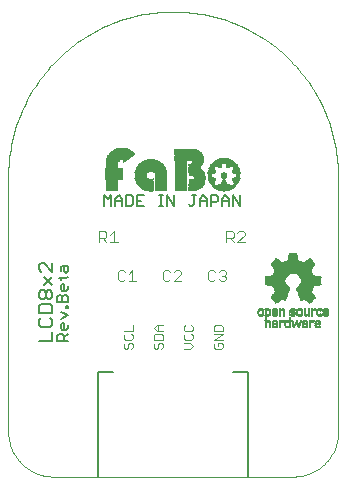
<source format=gto>
G75*
%MOIN*%
%OFA0B0*%
%FSLAX25Y25*%
%IPPOS*%
%LPD*%
%AMOC8*
5,1,8,0,0,1.08239X$1,22.5*
%
%ADD10C,0.00600*%
%ADD11C,0.00500*%
%ADD12C,0.00400*%
%ADD13C,0.00000*%
%ADD14C,0.00300*%
%ADD15R,0.01008X0.00048*%
%ADD16R,0.00672X0.00048*%
%ADD17R,0.01776X0.00048*%
%ADD18R,0.01584X0.00048*%
%ADD19R,0.02160X0.00048*%
%ADD20R,0.02208X0.00048*%
%ADD21R,0.02352X0.00048*%
%ADD22R,0.02592X0.00048*%
%ADD23R,0.04272X0.00048*%
%ADD24R,0.02544X0.00048*%
%ADD25R,0.03936X0.00048*%
%ADD26R,0.01008X0.00048*%
%ADD27R,0.02976X0.00048*%
%ADD28R,0.04320X0.00048*%
%ADD29R,0.02736X0.00048*%
%ADD30R,0.03984X0.00048*%
%ADD31R,0.04272X0.00048*%
%ADD32R,0.02016X0.00048*%
%ADD33R,0.03312X0.00048*%
%ADD34R,0.04320X0.00048*%
%ADD35R,0.02880X0.00048*%
%ADD36R,0.03984X0.00048*%
%ADD37R,0.03552X0.00048*%
%ADD38R,0.03024X0.00048*%
%ADD39R,0.02592X0.00048*%
%ADD40R,0.03840X0.00048*%
%ADD41R,0.03120X0.00048*%
%ADD42R,0.02832X0.00048*%
%ADD43R,0.04080X0.00048*%
%ADD44R,0.03216X0.00048*%
%ADD45R,0.02976X0.00048*%
%ADD46R,0.03360X0.00048*%
%ADD47R,0.04512X0.00048*%
%ADD48R,0.03456X0.00048*%
%ADD49R,0.03264X0.00048*%
%ADD50R,0.04752X0.00048*%
%ADD51R,0.04944X0.00048*%
%ADD52R,0.03648X0.00048*%
%ADD53R,0.03456X0.00048*%
%ADD54R,0.05136X0.00048*%
%ADD55R,0.03744X0.00048*%
%ADD56R,0.03552X0.00048*%
%ADD57R,0.05328X0.00048*%
%ADD58R,0.03792X0.00048*%
%ADD59R,0.05472X0.00048*%
%ADD60R,0.03888X0.00048*%
%ADD61R,0.05616X0.00048*%
%ADD62R,0.03840X0.00048*%
%ADD63R,0.05760X0.00048*%
%ADD64R,0.04032X0.00048*%
%ADD65R,0.05952X0.00048*%
%ADD66R,0.04128X0.00048*%
%ADD67R,0.06096X0.00048*%
%ADD68R,0.04176X0.00048*%
%ADD69R,0.06240X0.00048*%
%ADD70R,0.04224X0.00048*%
%ADD71R,0.06336X0.00048*%
%ADD72R,0.04176X0.00048*%
%ADD73R,0.06480X0.00048*%
%ADD74R,0.04368X0.00048*%
%ADD75R,0.04224X0.00048*%
%ADD76R,0.06624X0.00048*%
%ADD77R,0.04464X0.00048*%
%ADD78R,0.06720X0.00048*%
%ADD79R,0.04512X0.00048*%
%ADD80R,0.06864X0.00048*%
%ADD81R,0.04560X0.00048*%
%ADD82R,0.04416X0.00048*%
%ADD83R,0.07008X0.00048*%
%ADD84R,0.04608X0.00048*%
%ADD85R,0.04464X0.00048*%
%ADD86R,0.07104X0.00048*%
%ADD87R,0.04656X0.00048*%
%ADD88R,0.07200X0.00048*%
%ADD89R,0.04704X0.00048*%
%ADD90R,0.07296X0.00048*%
%ADD91R,0.07440X0.00048*%
%ADD92R,0.04800X0.00048*%
%ADD93R,0.07536X0.00048*%
%ADD94R,0.04848X0.00048*%
%ADD95R,0.04704X0.00048*%
%ADD96R,0.07632X0.00048*%
%ADD97R,0.04896X0.00048*%
%ADD98R,0.04752X0.00048*%
%ADD99R,0.07728X0.00048*%
%ADD100R,0.04944X0.00048*%
%ADD101R,0.04800X0.00048*%
%ADD102R,0.07824X0.00048*%
%ADD103R,0.04992X0.00048*%
%ADD104R,0.07920X0.00048*%
%ADD105R,0.05040X0.00048*%
%ADD106R,0.08016X0.00048*%
%ADD107R,0.05088X0.00048*%
%ADD108R,0.08064X0.00048*%
%ADD109R,0.01536X0.00048*%
%ADD110R,0.04704X0.00048*%
%ADD111R,0.05184X0.00048*%
%ADD112R,0.01536X0.00048*%
%ADD113R,0.04560X0.00048*%
%ADD114R,0.05232X0.00048*%
%ADD115R,0.05280X0.00048*%
%ADD116R,0.05280X0.00048*%
%ADD117R,0.01488X0.00048*%
%ADD118R,0.05088X0.00048*%
%ADD119R,0.01488X0.00048*%
%ADD120R,0.05376X0.00048*%
%ADD121R,0.03840X0.00048*%
%ADD122R,0.05424X0.00048*%
%ADD123R,0.05136X0.00048*%
%ADD124R,0.00576X0.00048*%
%ADD125R,0.02304X0.00048*%
%ADD126R,0.00624X0.00048*%
%ADD127R,0.05424X0.00048*%
%ADD128R,0.05184X0.00048*%
%ADD129R,0.00432X0.00048*%
%ADD130R,0.02208X0.00048*%
%ADD131R,0.01440X0.00048*%
%ADD132R,0.00288X0.00048*%
%ADD133R,0.02160X0.00048*%
%ADD134R,0.05520X0.00048*%
%ADD135R,0.05232X0.00048*%
%ADD136R,0.01440X0.00048*%
%ADD137R,0.00144X0.00048*%
%ADD138R,0.02112X0.00048*%
%ADD139R,0.00096X0.00048*%
%ADD140R,0.05568X0.00048*%
%ADD141R,0.02064X0.00048*%
%ADD142R,0.05568X0.00048*%
%ADD143R,0.01392X0.00048*%
%ADD144R,0.05616X0.00048*%
%ADD145R,0.05328X0.00048*%
%ADD146R,0.01392X0.00048*%
%ADD147R,0.02016X0.00048*%
%ADD148R,0.01968X0.00048*%
%ADD149R,0.01392X0.00048*%
%ADD150R,0.05664X0.00048*%
%ADD151R,0.01920X0.00048*%
%ADD152R,0.01344X0.00048*%
%ADD153R,0.05712X0.00048*%
%ADD154R,0.01872X0.00048*%
%ADD155R,0.05712X0.00048*%
%ADD156R,0.05376X0.00048*%
%ADD157R,0.01824X0.00048*%
%ADD158R,0.01824X0.00048*%
%ADD159R,0.05760X0.00048*%
%ADD160R,0.01776X0.00048*%
%ADD161R,0.05808X0.00048*%
%ADD162R,0.01584X0.00048*%
%ADD163R,0.01728X0.00048*%
%ADD164R,0.05808X0.00048*%
%ADD165R,0.05472X0.00048*%
%ADD166R,0.01632X0.00048*%
%ADD167R,0.01680X0.00048*%
%ADD168R,0.05856X0.00048*%
%ADD169R,0.01728X0.00048*%
%ADD170R,0.01632X0.00048*%
%ADD171R,0.01680X0.00048*%
%ADD172R,0.05856X0.00048*%
%ADD173R,0.01728X0.00048*%
%ADD174R,0.05904X0.00048*%
%ADD175R,0.05520X0.00048*%
%ADD176R,0.01920X0.00048*%
%ADD177R,0.01920X0.00048*%
%ADD178R,0.05952X0.00048*%
%ADD179R,0.01968X0.00048*%
%ADD180R,0.01440X0.00048*%
%ADD181R,0.06000X0.00048*%
%ADD182R,0.02064X0.00048*%
%ADD183R,0.06000X0.00048*%
%ADD184R,0.02112X0.00048*%
%ADD185R,0.01344X0.00048*%
%ADD186R,0.06048X0.00048*%
%ADD187R,0.01296X0.00048*%
%ADD188R,0.06048X0.00048*%
%ADD189R,0.02256X0.00048*%
%ADD190R,0.01248X0.00048*%
%ADD191R,0.02304X0.00048*%
%ADD192R,0.01200X0.00048*%
%ADD193R,0.01152X0.00048*%
%ADD194R,0.06096X0.00048*%
%ADD195R,0.02400X0.00048*%
%ADD196R,0.01152X0.00048*%
%ADD197R,0.02352X0.00048*%
%ADD198R,0.06144X0.00048*%
%ADD199R,0.02400X0.00048*%
%ADD200R,0.01104X0.00048*%
%ADD201R,0.06144X0.00048*%
%ADD202R,0.01056X0.00048*%
%ADD203R,0.06192X0.00048*%
%ADD204R,0.00960X0.00048*%
%ADD205R,0.06192X0.00048*%
%ADD206R,0.00912X0.00048*%
%ADD207R,0.00864X0.00048*%
%ADD208R,0.04896X0.00048*%
%ADD209R,0.04848X0.00048*%
%ADD210R,0.00864X0.00048*%
%ADD211R,0.00480X0.00048*%
%ADD212R,0.00816X0.00048*%
%ADD213R,0.04656X0.00048*%
%ADD214R,0.00336X0.00048*%
%ADD215R,0.04128X0.00048*%
%ADD216R,0.00768X0.00048*%
%ADD217R,0.00240X0.00048*%
%ADD218R,0.04032X0.00048*%
%ADD219R,0.00768X0.00048*%
%ADD220R,0.03936X0.00048*%
%ADD221R,0.00816X0.00048*%
%ADD222R,0.00048X0.00048*%
%ADD223R,0.03888X0.00048*%
%ADD224R,0.04416X0.00048*%
%ADD225R,0.02304X0.00048*%
%ADD226R,0.04368X0.00048*%
%ADD227R,0.03792X0.00048*%
%ADD228R,0.01440X0.00048*%
%ADD229R,0.01728X0.00048*%
%ADD230R,0.01296X0.00048*%
%ADD231R,0.01872X0.00048*%
%ADD232R,0.03744X0.00048*%
%ADD233R,0.04080X0.00048*%
%ADD234R,0.05520X0.00048*%
%ADD235R,0.04176X0.00048*%
%ADD236R,0.04176X0.00048*%
%ADD237R,0.02112X0.00048*%
%ADD238R,0.02448X0.00048*%
%ADD239R,0.02496X0.00048*%
%ADD240R,0.02496X0.00048*%
%ADD241R,0.02448X0.00048*%
%ADD242R,0.04320X0.00048*%
%ADD243R,0.02544X0.00048*%
%ADD244R,0.00528X0.00048*%
%ADD245R,0.05040X0.00048*%
%ADD246R,0.02640X0.00048*%
%ADD247R,0.04656X0.00048*%
%ADD248R,0.04992X0.00048*%
%ADD249R,0.02640X0.00048*%
%ADD250R,0.04992X0.00048*%
%ADD251R,0.10560X0.00048*%
%ADD252R,0.02688X0.00048*%
%ADD253R,0.10512X0.00048*%
%ADD254R,0.04848X0.00048*%
%ADD255R,0.10512X0.00048*%
%ADD256R,0.10464X0.00048*%
%ADD257R,0.10416X0.00048*%
%ADD258R,0.02448X0.00048*%
%ADD259R,0.10416X0.00048*%
%ADD260R,0.02448X0.00048*%
%ADD261R,0.10320X0.00048*%
%ADD262R,0.10320X0.00048*%
%ADD263R,0.02256X0.00048*%
%ADD264R,0.02256X0.00048*%
%ADD265R,0.10224X0.00048*%
%ADD266R,0.10224X0.00048*%
%ADD267R,0.10176X0.00048*%
%ADD268R,0.02112X0.00048*%
%ADD269R,0.10176X0.00048*%
%ADD270R,0.02064X0.00048*%
%ADD271R,0.10128X0.00048*%
%ADD272R,0.10080X0.00048*%
%ADD273R,0.01920X0.00048*%
%ADD274R,0.09984X0.00048*%
%ADD275R,0.03840X0.00048*%
%ADD276R,0.09984X0.00048*%
%ADD277R,0.01776X0.00048*%
%ADD278R,0.09888X0.00048*%
%ADD279R,0.03648X0.00048*%
%ADD280R,0.09888X0.00048*%
%ADD281R,0.09792X0.00048*%
%ADD282R,0.09792X0.00048*%
%ADD283R,0.03504X0.00048*%
%ADD284R,0.09744X0.00048*%
%ADD285R,0.03600X0.00048*%
%ADD286R,0.09696X0.00048*%
%ADD287R,0.00096X0.00048*%
%ADD288R,0.09648X0.00048*%
%ADD289R,0.03696X0.00048*%
%ADD290R,0.09600X0.00048*%
%ADD291R,0.00480X0.00048*%
%ADD292R,0.09552X0.00048*%
%ADD293R,0.00672X0.00048*%
%ADD294R,0.09456X0.00048*%
%ADD295R,0.09456X0.00048*%
%ADD296R,0.01056X0.00048*%
%ADD297R,0.09360X0.00048*%
%ADD298R,0.01200X0.00048*%
%ADD299R,0.09264X0.00048*%
%ADD300R,0.01248X0.00048*%
%ADD301R,0.09264X0.00048*%
%ADD302R,0.09168X0.00048*%
%ADD303R,0.01392X0.00048*%
%ADD304R,0.09120X0.00048*%
%ADD305R,0.09072X0.00048*%
%ADD306R,0.01584X0.00048*%
%ADD307R,0.08976X0.00048*%
%ADD308R,0.08928X0.00048*%
%ADD309R,0.08832X0.00048*%
%ADD310R,0.08784X0.00048*%
%ADD311R,0.08736X0.00048*%
%ADD312R,0.03792X0.00048*%
%ADD313R,0.08640X0.00048*%
%ADD314R,0.08544X0.00048*%
%ADD315R,0.08448X0.00048*%
%ADD316R,0.08400X0.00048*%
%ADD317R,0.03696X0.00048*%
%ADD318R,0.08304X0.00048*%
%ADD319R,0.08208X0.00048*%
%ADD320R,0.08112X0.00048*%
%ADD321R,0.03648X0.00048*%
%ADD322R,0.03984X0.00048*%
%ADD323R,0.07968X0.00048*%
%ADD324R,0.03600X0.00048*%
%ADD325R,0.07824X0.00048*%
%ADD326R,0.07728X0.00048*%
%ADD327R,0.03504X0.00048*%
%ADD328R,0.07632X0.00048*%
%ADD329R,0.07536X0.00048*%
%ADD330R,0.03648X0.00048*%
%ADD331R,0.08064X0.00048*%
%ADD332R,0.07440X0.00048*%
%ADD333R,0.08016X0.00048*%
%ADD334R,0.07344X0.00048*%
%ADD335R,0.07920X0.00048*%
%ADD336R,0.07248X0.00048*%
%ADD337R,0.07152X0.00048*%
%ADD338R,0.06960X0.00048*%
%ADD339R,0.06864X0.00048*%
%ADD340R,0.06720X0.00048*%
%ADD341R,0.06576X0.00048*%
%ADD342R,0.06480X0.00048*%
%ADD343R,0.07200X0.00048*%
%ADD344R,0.07104X0.00048*%
%ADD345R,0.04320X0.00048*%
%ADD346R,0.06192X0.00048*%
%ADD347R,0.07008X0.00048*%
%ADD348R,0.00192X0.00048*%
%ADD349R,0.06048X0.00048*%
%ADD350R,0.00384X0.00048*%
%ADD351R,0.05712X0.00048*%
%ADD352R,0.06336X0.00048*%
%ADD353R,0.06240X0.00048*%
%ADD354R,0.04128X0.00048*%
%ADD355R,0.03984X0.00048*%
%ADD356R,0.04512X0.00048*%
%ADD357R,0.09744X0.00048*%
%ADD358R,0.02976X0.00048*%
%ADD359R,0.07248X0.00048*%
%ADD360R,0.07344X0.00048*%
%ADD361R,0.07488X0.00048*%
%ADD362R,0.07488X0.00048*%
%ADD363R,0.07584X0.00048*%
%ADD364R,0.07680X0.00048*%
%ADD365R,0.00624X0.00048*%
%ADD366R,0.07872X0.00048*%
%ADD367R,0.09696X0.00048*%
%ADD368R,0.07920X0.00048*%
%ADD369R,0.07968X0.00048*%
%ADD370R,0.08064X0.00048*%
%ADD371R,0.08160X0.00048*%
%ADD372R,0.08160X0.00048*%
%ADD373R,0.09648X0.00048*%
%ADD374R,0.08208X0.00048*%
%ADD375R,0.08256X0.00048*%
%ADD376R,0.08304X0.00048*%
%ADD377R,0.09600X0.00048*%
%ADD378R,0.08352X0.00048*%
%ADD379R,0.08400X0.00048*%
%ADD380R,0.08448X0.00048*%
%ADD381R,0.09552X0.00048*%
%ADD382R,0.08448X0.00048*%
%ADD383R,0.08496X0.00048*%
%ADD384R,0.09504X0.00048*%
%ADD385R,0.08592X0.00048*%
%ADD386R,0.09504X0.00048*%
%ADD387R,0.08640X0.00048*%
%ADD388R,0.08688X0.00048*%
%ADD389R,0.09408X0.00048*%
%ADD390R,0.08688X0.00048*%
%ADD391R,0.08592X0.00048*%
%ADD392R,0.08544X0.00048*%
%ADD393R,0.09360X0.00048*%
%ADD394R,0.08448X0.00048*%
%ADD395R,0.09312X0.00048*%
%ADD396R,0.08352X0.00048*%
%ADD397R,0.09312X0.00048*%
%ADD398R,0.08256X0.00048*%
%ADD399R,0.08256X0.00048*%
%ADD400R,0.09216X0.00048*%
%ADD401R,0.09168X0.00048*%
%ADD402R,0.07776X0.00048*%
%ADD403R,0.09024X0.00048*%
%ADD404R,0.07680X0.00048*%
%ADD405R,0.09024X0.00048*%
%ADD406R,0.07584X0.00048*%
%ADD407R,0.07392X0.00048*%
%ADD408R,0.08880X0.00048*%
%ADD409R,0.07296X0.00048*%
%ADD410R,0.08832X0.00048*%
%ADD411R,0.08784X0.00048*%
%ADD412R,0.07104X0.00048*%
%ADD413R,0.06912X0.00048*%
%ADD414R,0.06768X0.00048*%
%ADD415R,0.06624X0.00048*%
%ADD416R,0.06528X0.00048*%
%ADD417R,0.06384X0.00048*%
%ADD418R,0.06240X0.00048*%
%ADD419R,0.05856X0.00048*%
%ADD420R,0.05184X0.00048*%
%ADD421R,0.06912X0.00048*%
%ADD422R,0.06288X0.00048*%
%ADD423R,0.03456X0.00048*%
%ADD424R,0.03120X0.00048*%
%ADD425R,0.02784X0.00048*%
%ADD426R,0.00650X0.00050*%
%ADD427R,0.00950X0.00050*%
%ADD428R,0.00800X0.00050*%
%ADD429R,0.00550X0.00050*%
%ADD430R,0.00600X0.00050*%
%ADD431R,0.01750X0.00050*%
%ADD432R,0.01000X0.00050*%
%ADD433R,0.01200X0.00050*%
%ADD434R,0.01800X0.00050*%
%ADD435R,0.01350X0.00050*%
%ADD436R,0.01900X0.00050*%
%ADD437R,0.00700X0.00050*%
%ADD438R,0.01850X0.00050*%
%ADD439R,0.01500X0.00050*%
%ADD440R,0.01950X0.00050*%
%ADD441R,0.01650X0.00050*%
%ADD442R,0.00750X0.00050*%
%ADD443R,0.02000X0.00050*%
%ADD444R,0.02050X0.00050*%
%ADD445R,0.00850X0.00050*%
%ADD446R,0.02100X0.00050*%
%ADD447R,0.00900X0.00050*%
%ADD448R,0.00450X0.00050*%
%ADD449R,0.00300X0.00050*%
%ADD450R,0.00200X0.00050*%
%ADD451R,0.01050X0.00050*%
%ADD452R,0.00100X0.00050*%
%ADD453R,0.01100X0.00050*%
%ADD454R,0.01150X0.00050*%
%ADD455R,0.02200X0.00050*%
%ADD456R,0.01250X0.00050*%
%ADD457R,0.00150X0.00050*%
%ADD458R,0.00250X0.00050*%
%ADD459R,0.00500X0.00050*%
%ADD460R,0.01550X0.00050*%
%ADD461R,0.01600X0.00050*%
%ADD462R,0.01700X0.00050*%
%ADD463R,0.01400X0.00050*%
%ADD464R,0.01300X0.00050*%
%ADD465R,0.00400X0.00050*%
%ADD466R,0.01450X0.00050*%
%ADD467R,0.02150X0.00050*%
%ADD468R,0.00350X0.00050*%
%ADD469R,0.00050X0.00050*%
%ADD470R,0.02250X0.00050*%
%ADD471R,0.02400X0.00050*%
%ADD472R,0.02500X0.00050*%
%ADD473R,0.02650X0.00050*%
%ADD474R,0.02750X0.00050*%
%ADD475R,0.02900X0.00050*%
%ADD476R,0.03000X0.00050*%
%ADD477R,0.03150X0.00050*%
%ADD478R,0.03250X0.00050*%
%ADD479R,0.04600X0.00050*%
%ADD480R,0.04650X0.00050*%
%ADD481R,0.04750X0.00050*%
%ADD482R,0.04800X0.00050*%
%ADD483R,0.04900X0.00050*%
%ADD484R,0.04950X0.00050*%
%ADD485R,0.05000X0.00050*%
%ADD486R,0.05100X0.00050*%
%ADD487R,0.05150X0.00050*%
%ADD488R,0.05200X0.00050*%
%ADD489R,0.05250X0.00050*%
%ADD490R,0.05050X0.00050*%
%ADD491R,0.04850X0.00050*%
%ADD492R,0.05300X0.00050*%
%ADD493R,0.05350X0.00050*%
%ADD494R,0.05450X0.00050*%
%ADD495R,0.05500X0.00050*%
%ADD496R,0.05550X0.00050*%
%ADD497R,0.05650X0.00050*%
%ADD498R,0.05600X0.00050*%
%ADD499R,0.05400X0.00050*%
%ADD500R,0.05700X0.00050*%
%ADD501R,0.05900X0.00050*%
%ADD502R,0.06150X0.00050*%
%ADD503R,0.06350X0.00050*%
%ADD504R,0.06550X0.00050*%
%ADD505R,0.06850X0.00050*%
%ADD506R,0.07050X0.00050*%
%ADD507R,0.07100X0.00050*%
%ADD508R,0.07000X0.00050*%
%ADD509R,0.06950X0.00050*%
%ADD510R,0.06900X0.00050*%
%ADD511R,0.06800X0.00050*%
%ADD512R,0.06600X0.00050*%
%ADD513R,0.05750X0.00050*%
%ADD514R,0.06050X0.00050*%
%ADD515R,0.13050X0.00050*%
%ADD516R,0.12950X0.00050*%
%ADD517R,0.12850X0.00050*%
%ADD518R,0.12750X0.00050*%
%ADD519R,0.12650X0.00050*%
%ADD520R,0.12550X0.00050*%
%ADD521R,0.12450X0.00050*%
%ADD522R,0.12350X0.00050*%
%ADD523R,0.12250X0.00050*%
%ADD524R,0.12150X0.00050*%
%ADD525R,0.13150X0.00050*%
%ADD526R,0.13250X0.00050*%
%ADD527R,0.13350X0.00050*%
%ADD528R,0.13450X0.00050*%
%ADD529R,0.13550X0.00050*%
%ADD530R,0.13650X0.00050*%
%ADD531R,0.13750X0.00050*%
%ADD532R,0.13850X0.00050*%
%ADD533R,0.13950X0.00050*%
%ADD534R,0.14050X0.00050*%
%ADD535R,0.14150X0.00050*%
%ADD536R,0.14250X0.00050*%
%ADD537R,0.14350X0.00050*%
%ADD538R,0.14450X0.00050*%
%ADD539R,0.14550X0.00050*%
%ADD540R,0.14650X0.00050*%
%ADD541R,0.14750X0.00050*%
%ADD542R,0.14850X0.00050*%
%ADD543R,0.14950X0.00050*%
%ADD544R,0.03450X0.00050*%
%ADD545R,0.06750X0.00050*%
%ADD546R,0.03300X0.00050*%
%ADD547R,0.06450X0.00050*%
%ADD548R,0.03200X0.00050*%
%ADD549R,0.06250X0.00050*%
%ADD550R,0.03050X0.00050*%
%ADD551R,0.05950X0.00050*%
%ADD552R,0.02950X0.00050*%
%ADD553R,0.02850X0.00050*%
%ADD554R,0.02800X0.00050*%
%ADD555R,0.02700X0.00050*%
%ADD556R,0.02600X0.00050*%
%ADD557R,0.02450X0.00050*%
%ADD558R,0.02350X0.00050*%
%ADD559R,0.04550X0.00050*%
%ADD560R,0.04250X0.00050*%
%ADD561R,0.04050X0.00050*%
%ADD562R,0.03750X0.00050*%
%ADD563R,0.03650X0.00050*%
%ADD564R,0.03550X0.00050*%
%ADD565R,0.03350X0.00050*%
D10*
X0016696Y0064306D02*
X0021100Y0064306D01*
X0021100Y0067242D01*
X0020366Y0068910D02*
X0021100Y0069644D01*
X0021100Y0071112D01*
X0020366Y0071846D01*
X0021100Y0073514D02*
X0021100Y0075716D01*
X0020366Y0076450D01*
X0017430Y0076450D01*
X0016696Y0075716D01*
X0016696Y0073514D01*
X0021100Y0073514D01*
X0020366Y0078118D02*
X0019632Y0078118D01*
X0018898Y0078852D01*
X0018898Y0080320D01*
X0019632Y0081054D01*
X0020366Y0081054D01*
X0021100Y0080320D01*
X0021100Y0078852D01*
X0020366Y0078118D01*
X0018898Y0078852D02*
X0018164Y0078118D01*
X0017430Y0078118D01*
X0016696Y0078852D01*
X0016696Y0080320D01*
X0017430Y0081054D01*
X0018164Y0081054D01*
X0018898Y0080320D01*
X0018164Y0082722D02*
X0021100Y0085657D01*
X0021100Y0087326D02*
X0018164Y0090261D01*
X0017430Y0090261D01*
X0016696Y0089527D01*
X0016696Y0088059D01*
X0017430Y0087326D01*
X0018164Y0085657D02*
X0021100Y0082722D01*
X0021100Y0087326D02*
X0021100Y0090261D01*
X0017430Y0071846D02*
X0016696Y0071112D01*
X0016696Y0069644D01*
X0017430Y0068910D01*
X0020366Y0068910D01*
D11*
X0023231Y0066591D02*
X0024399Y0066591D01*
X0024982Y0066007D01*
X0024982Y0064256D01*
X0024982Y0065424D02*
X0026150Y0066591D01*
X0025566Y0067939D02*
X0024399Y0067939D01*
X0023815Y0068523D01*
X0023815Y0069691D01*
X0024399Y0070274D01*
X0024982Y0070274D01*
X0024982Y0067939D01*
X0025566Y0067939D02*
X0026150Y0068523D01*
X0026150Y0069691D01*
X0023815Y0071622D02*
X0026150Y0072790D01*
X0023815Y0073958D01*
X0025566Y0075305D02*
X0025566Y0075889D01*
X0026150Y0075889D01*
X0026150Y0075305D01*
X0025566Y0075305D01*
X0026150Y0077147D02*
X0026150Y0078898D01*
X0025566Y0079482D01*
X0024982Y0079482D01*
X0024399Y0078898D01*
X0024399Y0077147D01*
X0026150Y0077147D02*
X0022647Y0077147D01*
X0022647Y0078898D01*
X0023231Y0079482D01*
X0023815Y0079482D01*
X0024399Y0078898D01*
X0024399Y0080830D02*
X0023815Y0081414D01*
X0023815Y0082582D01*
X0024399Y0083165D01*
X0024982Y0083165D01*
X0024982Y0080830D01*
X0024399Y0080830D02*
X0025566Y0080830D01*
X0026150Y0081414D01*
X0026150Y0082582D01*
X0025566Y0085097D02*
X0026150Y0085681D01*
X0025566Y0085097D02*
X0023231Y0085097D01*
X0023815Y0084513D02*
X0023815Y0085681D01*
X0023815Y0087552D02*
X0023815Y0088720D01*
X0024399Y0089304D01*
X0026150Y0089304D01*
X0026150Y0087552D01*
X0025566Y0086969D01*
X0024982Y0087552D01*
X0024982Y0089304D01*
X0023231Y0066591D02*
X0022647Y0066007D01*
X0022647Y0064256D01*
X0026150Y0064256D01*
X0036400Y0054006D02*
X0041400Y0054006D01*
X0036400Y0054006D02*
X0036400Y0019006D01*
X0081400Y0054006D02*
X0086400Y0054006D01*
X0086400Y0019006D01*
X0083629Y0109256D02*
X0083629Y0112759D01*
X0081293Y0112759D02*
X0081293Y0109256D01*
X0079946Y0109256D02*
X0079946Y0111591D01*
X0078778Y0112759D01*
X0077610Y0111591D01*
X0077610Y0109256D01*
X0077610Y0111007D02*
X0079946Y0111007D01*
X0081293Y0112759D02*
X0083629Y0109256D01*
X0076262Y0111007D02*
X0075679Y0110424D01*
X0073927Y0110424D01*
X0073927Y0109256D02*
X0073927Y0112759D01*
X0075679Y0112759D01*
X0076262Y0112175D01*
X0076262Y0111007D01*
X0072579Y0111007D02*
X0070244Y0111007D01*
X0070244Y0111591D02*
X0071412Y0112759D01*
X0072579Y0111591D01*
X0072579Y0109256D01*
X0070244Y0109256D02*
X0070244Y0111591D01*
X0068896Y0112759D02*
X0067728Y0112759D01*
X0068312Y0112759D02*
X0068312Y0109840D01*
X0067728Y0109256D01*
X0067145Y0109256D01*
X0066561Y0109840D01*
X0061530Y0109256D02*
X0061530Y0112759D01*
X0059195Y0112759D02*
X0059195Y0109256D01*
X0057907Y0109256D02*
X0056739Y0109256D01*
X0057323Y0109256D02*
X0057323Y0112759D01*
X0056739Y0112759D02*
X0057907Y0112759D01*
X0059195Y0112759D02*
X0061530Y0109256D01*
X0051708Y0109256D02*
X0049373Y0109256D01*
X0049373Y0112759D01*
X0051708Y0112759D01*
X0050540Y0111007D02*
X0049373Y0111007D01*
X0048025Y0109840D02*
X0048025Y0112175D01*
X0047441Y0112759D01*
X0045690Y0112759D01*
X0045690Y0109256D01*
X0047441Y0109256D01*
X0048025Y0109840D01*
X0044342Y0109256D02*
X0044342Y0111591D01*
X0043174Y0112759D01*
X0042007Y0111591D01*
X0042007Y0109256D01*
X0040659Y0109256D02*
X0040659Y0112759D01*
X0039491Y0111591D01*
X0038323Y0112759D01*
X0038323Y0109256D01*
X0042007Y0111007D02*
X0044342Y0111007D01*
D12*
X0041618Y0100809D02*
X0041618Y0097206D01*
X0040417Y0097206D02*
X0042819Y0097206D01*
X0040417Y0099608D02*
X0041618Y0100809D01*
X0039136Y0100208D02*
X0039136Y0099007D01*
X0038535Y0098407D01*
X0036734Y0098407D01*
X0037935Y0098407D02*
X0039136Y0097206D01*
X0036734Y0097206D02*
X0036734Y0100809D01*
X0038535Y0100809D01*
X0039136Y0100208D01*
X0043517Y0087809D02*
X0042917Y0087208D01*
X0042917Y0084806D01*
X0043517Y0084206D01*
X0044718Y0084206D01*
X0045319Y0084806D01*
X0046600Y0084206D02*
X0049002Y0084206D01*
X0047801Y0084206D02*
X0047801Y0087809D01*
X0046600Y0086608D01*
X0045319Y0087208D02*
X0044718Y0087809D01*
X0043517Y0087809D01*
X0057917Y0087208D02*
X0057917Y0084806D01*
X0058517Y0084206D01*
X0059718Y0084206D01*
X0060319Y0084806D01*
X0061600Y0084206D02*
X0064002Y0086608D01*
X0064002Y0087208D01*
X0063402Y0087809D01*
X0062201Y0087809D01*
X0061600Y0087208D01*
X0060319Y0087208D02*
X0059718Y0087809D01*
X0058517Y0087809D01*
X0057917Y0087208D01*
X0061600Y0084206D02*
X0064002Y0084206D01*
X0072917Y0084806D02*
X0073517Y0084206D01*
X0074718Y0084206D01*
X0075319Y0084806D01*
X0076600Y0084806D02*
X0077201Y0084206D01*
X0078402Y0084206D01*
X0079002Y0084806D01*
X0079002Y0085407D01*
X0078402Y0086007D01*
X0077801Y0086007D01*
X0078402Y0086007D02*
X0079002Y0086608D01*
X0079002Y0087208D01*
X0078402Y0087809D01*
X0077201Y0087809D01*
X0076600Y0087208D01*
X0075319Y0087208D02*
X0074718Y0087809D01*
X0073517Y0087809D01*
X0072917Y0087208D01*
X0072917Y0084806D01*
X0079100Y0097206D02*
X0079100Y0100809D01*
X0080902Y0100809D01*
X0081502Y0100208D01*
X0081502Y0099007D01*
X0080902Y0098407D01*
X0079100Y0098407D01*
X0080301Y0098407D02*
X0081502Y0097206D01*
X0082783Y0097206D02*
X0085185Y0099608D01*
X0085185Y0100208D01*
X0084585Y0100809D01*
X0083384Y0100809D01*
X0082783Y0100208D01*
X0082783Y0097206D02*
X0085185Y0097206D01*
D13*
X0006400Y0119006D02*
X0006400Y0034006D01*
X0006404Y0033644D01*
X0006418Y0033281D01*
X0006439Y0032919D01*
X0006470Y0032558D01*
X0006509Y0032198D01*
X0006557Y0031839D01*
X0006614Y0031481D01*
X0006679Y0031124D01*
X0006753Y0030769D01*
X0006836Y0030416D01*
X0006927Y0030065D01*
X0007026Y0029717D01*
X0007134Y0029371D01*
X0007250Y0029027D01*
X0007375Y0028687D01*
X0007507Y0028350D01*
X0007648Y0028016D01*
X0007797Y0027685D01*
X0007954Y0027358D01*
X0008118Y0027035D01*
X0008290Y0026716D01*
X0008470Y0026402D01*
X0008658Y0026091D01*
X0008853Y0025786D01*
X0009055Y0025485D01*
X0009265Y0025189D01*
X0009481Y0024899D01*
X0009705Y0024613D01*
X0009935Y0024333D01*
X0010172Y0024059D01*
X0010416Y0023791D01*
X0010666Y0023528D01*
X0010922Y0023272D01*
X0011185Y0023022D01*
X0011453Y0022778D01*
X0011727Y0022541D01*
X0012007Y0022311D01*
X0012293Y0022087D01*
X0012583Y0021871D01*
X0012879Y0021661D01*
X0013180Y0021459D01*
X0013485Y0021264D01*
X0013796Y0021076D01*
X0014110Y0020896D01*
X0014429Y0020724D01*
X0014752Y0020560D01*
X0015079Y0020403D01*
X0015410Y0020254D01*
X0015744Y0020113D01*
X0016081Y0019981D01*
X0016421Y0019856D01*
X0016765Y0019740D01*
X0017111Y0019632D01*
X0017459Y0019533D01*
X0017810Y0019442D01*
X0018163Y0019359D01*
X0018518Y0019285D01*
X0018875Y0019220D01*
X0019233Y0019163D01*
X0019592Y0019115D01*
X0019952Y0019076D01*
X0020313Y0019045D01*
X0020675Y0019024D01*
X0021038Y0019010D01*
X0021400Y0019006D01*
X0101400Y0019006D01*
X0101762Y0019010D01*
X0102125Y0019024D01*
X0102487Y0019045D01*
X0102848Y0019076D01*
X0103208Y0019115D01*
X0103567Y0019163D01*
X0103925Y0019220D01*
X0104282Y0019285D01*
X0104637Y0019359D01*
X0104990Y0019442D01*
X0105341Y0019533D01*
X0105689Y0019632D01*
X0106035Y0019740D01*
X0106379Y0019856D01*
X0106719Y0019981D01*
X0107056Y0020113D01*
X0107390Y0020254D01*
X0107721Y0020403D01*
X0108048Y0020560D01*
X0108371Y0020724D01*
X0108690Y0020896D01*
X0109004Y0021076D01*
X0109315Y0021264D01*
X0109620Y0021459D01*
X0109921Y0021661D01*
X0110217Y0021871D01*
X0110507Y0022087D01*
X0110793Y0022311D01*
X0111073Y0022541D01*
X0111347Y0022778D01*
X0111615Y0023022D01*
X0111878Y0023272D01*
X0112134Y0023528D01*
X0112384Y0023791D01*
X0112628Y0024059D01*
X0112865Y0024333D01*
X0113095Y0024613D01*
X0113319Y0024899D01*
X0113535Y0025189D01*
X0113745Y0025485D01*
X0113947Y0025786D01*
X0114142Y0026091D01*
X0114330Y0026402D01*
X0114510Y0026716D01*
X0114682Y0027035D01*
X0114846Y0027358D01*
X0115003Y0027685D01*
X0115152Y0028016D01*
X0115293Y0028350D01*
X0115425Y0028687D01*
X0115550Y0029027D01*
X0115666Y0029371D01*
X0115774Y0029717D01*
X0115873Y0030065D01*
X0115964Y0030416D01*
X0116047Y0030769D01*
X0116121Y0031124D01*
X0116186Y0031481D01*
X0116243Y0031839D01*
X0116291Y0032198D01*
X0116330Y0032558D01*
X0116361Y0032919D01*
X0116382Y0033281D01*
X0116396Y0033644D01*
X0116400Y0034006D01*
X0116400Y0119006D01*
X0116384Y0120345D01*
X0116335Y0121684D01*
X0116253Y0123021D01*
X0116139Y0124355D01*
X0115993Y0125687D01*
X0115814Y0127014D01*
X0115603Y0128337D01*
X0115359Y0129654D01*
X0115084Y0130965D01*
X0114777Y0132268D01*
X0114438Y0133564D01*
X0114068Y0134851D01*
X0113667Y0136129D01*
X0113234Y0137397D01*
X0112771Y0138654D01*
X0112277Y0139899D01*
X0111753Y0141132D01*
X0111200Y0142351D01*
X0110616Y0143557D01*
X0110004Y0144748D01*
X0109363Y0145924D01*
X0108693Y0147084D01*
X0107995Y0148227D01*
X0107270Y0149353D01*
X0106517Y0150461D01*
X0105738Y0151551D01*
X0104932Y0152621D01*
X0104101Y0153671D01*
X0103244Y0154700D01*
X0102362Y0155709D01*
X0101457Y0156695D01*
X0100527Y0157659D01*
X0099574Y0158601D01*
X0098599Y0159519D01*
X0097601Y0160412D01*
X0096582Y0161282D01*
X0095542Y0162126D01*
X0094482Y0162944D01*
X0093402Y0163737D01*
X0092304Y0164503D01*
X0091186Y0165242D01*
X0090052Y0165954D01*
X0088900Y0166637D01*
X0087732Y0167293D01*
X0086548Y0167920D01*
X0085350Y0168518D01*
X0084137Y0169086D01*
X0082911Y0169625D01*
X0081672Y0170134D01*
X0080421Y0170612D01*
X0079158Y0171060D01*
X0077886Y0171477D01*
X0076603Y0171863D01*
X0075311Y0172218D01*
X0074011Y0172541D01*
X0072704Y0172832D01*
X0071390Y0173091D01*
X0070070Y0173318D01*
X0068745Y0173513D01*
X0067415Y0173676D01*
X0066082Y0173806D01*
X0064747Y0173904D01*
X0063409Y0173969D01*
X0062070Y0174002D01*
X0060730Y0174002D01*
X0059391Y0173969D01*
X0058053Y0173904D01*
X0056718Y0173806D01*
X0055385Y0173676D01*
X0054055Y0173513D01*
X0052730Y0173318D01*
X0051410Y0173091D01*
X0050096Y0172832D01*
X0048789Y0172541D01*
X0047489Y0172218D01*
X0046197Y0171863D01*
X0044914Y0171477D01*
X0043642Y0171060D01*
X0042379Y0170612D01*
X0041128Y0170134D01*
X0039889Y0169625D01*
X0038663Y0169086D01*
X0037450Y0168518D01*
X0036252Y0167920D01*
X0035068Y0167293D01*
X0033900Y0166637D01*
X0032748Y0165954D01*
X0031614Y0165242D01*
X0030496Y0164503D01*
X0029398Y0163737D01*
X0028318Y0162944D01*
X0027258Y0162126D01*
X0026218Y0161282D01*
X0025199Y0160412D01*
X0024201Y0159519D01*
X0023226Y0158601D01*
X0022273Y0157659D01*
X0021343Y0156695D01*
X0020438Y0155709D01*
X0019556Y0154700D01*
X0018699Y0153671D01*
X0017868Y0152621D01*
X0017062Y0151551D01*
X0016283Y0150461D01*
X0015530Y0149353D01*
X0014805Y0148227D01*
X0014107Y0147084D01*
X0013437Y0145924D01*
X0012796Y0144748D01*
X0012184Y0143557D01*
X0011600Y0142351D01*
X0011047Y0141132D01*
X0010523Y0139899D01*
X0010029Y0138654D01*
X0009566Y0137397D01*
X0009133Y0136129D01*
X0008732Y0134851D01*
X0008362Y0133564D01*
X0008023Y0132268D01*
X0007716Y0130965D01*
X0007441Y0129654D01*
X0007197Y0128337D01*
X0006986Y0127014D01*
X0006807Y0125687D01*
X0006661Y0124355D01*
X0006547Y0123021D01*
X0006465Y0121684D01*
X0006416Y0120345D01*
X0006400Y0119006D01*
D14*
X0044948Y0067549D02*
X0047850Y0067549D01*
X0047850Y0069484D01*
X0047366Y0066537D02*
X0047850Y0066054D01*
X0047850Y0065086D01*
X0047366Y0064602D01*
X0045431Y0064602D01*
X0044948Y0065086D01*
X0044948Y0066054D01*
X0045431Y0066537D01*
X0045431Y0063591D02*
X0044948Y0063107D01*
X0044948Y0062140D01*
X0045431Y0061656D01*
X0045915Y0061656D01*
X0046399Y0062140D01*
X0046399Y0063107D01*
X0046883Y0063591D01*
X0047366Y0063591D01*
X0047850Y0063107D01*
X0047850Y0062140D01*
X0047366Y0061656D01*
X0054948Y0062140D02*
X0055431Y0061656D01*
X0055915Y0061656D01*
X0056399Y0062140D01*
X0056399Y0063107D01*
X0056883Y0063591D01*
X0057366Y0063591D01*
X0057850Y0063107D01*
X0057850Y0062140D01*
X0057366Y0061656D01*
X0055431Y0063591D02*
X0054948Y0063107D01*
X0054948Y0062140D01*
X0054948Y0064602D02*
X0054948Y0066054D01*
X0055431Y0066537D01*
X0057366Y0066537D01*
X0057850Y0066054D01*
X0057850Y0064602D01*
X0054948Y0064602D01*
X0055915Y0067549D02*
X0054948Y0068516D01*
X0055915Y0069484D01*
X0057850Y0069484D01*
X0057850Y0067549D02*
X0055915Y0067549D01*
X0056399Y0067549D02*
X0056399Y0069484D01*
X0064948Y0069000D02*
X0064948Y0068033D01*
X0065431Y0067549D01*
X0067366Y0067549D01*
X0067850Y0068033D01*
X0067850Y0069000D01*
X0067366Y0069484D01*
X0065431Y0069484D02*
X0064948Y0069000D01*
X0065431Y0066537D02*
X0064948Y0066054D01*
X0064948Y0065086D01*
X0065431Y0064602D01*
X0067366Y0064602D01*
X0067850Y0065086D01*
X0067850Y0066054D01*
X0067366Y0066537D01*
X0066883Y0063591D02*
X0064948Y0063591D01*
X0064948Y0061656D02*
X0066883Y0061656D01*
X0067850Y0062623D01*
X0066883Y0063591D01*
X0074948Y0063107D02*
X0074948Y0062140D01*
X0075431Y0061656D01*
X0077366Y0061656D01*
X0077850Y0062140D01*
X0077850Y0063107D01*
X0077366Y0063591D01*
X0076399Y0063591D01*
X0076399Y0062623D01*
X0075431Y0063591D02*
X0074948Y0063107D01*
X0074948Y0064602D02*
X0077850Y0066537D01*
X0074948Y0066537D01*
X0074948Y0067549D02*
X0074948Y0069000D01*
X0075431Y0069484D01*
X0077366Y0069484D01*
X0077850Y0069000D01*
X0077850Y0067549D01*
X0074948Y0067549D01*
X0074948Y0064602D02*
X0077850Y0064602D01*
D15*
X0053876Y0114006D03*
X0078308Y0120006D03*
D16*
X0078332Y0114006D03*
X0054524Y0117846D03*
D17*
X0053876Y0114054D03*
X0045284Y0124422D03*
X0082484Y0121590D03*
X0082292Y0116982D03*
D18*
X0082292Y0116790D03*
X0078308Y0116982D03*
X0078308Y0114054D03*
D19*
X0074372Y0117270D03*
X0053780Y0114102D03*
D20*
X0074204Y0121110D03*
X0078332Y0114102D03*
X0082460Y0121110D03*
D21*
X0082628Y0119862D03*
X0082484Y0118182D03*
X0082436Y0118086D03*
X0082436Y0117990D03*
X0082388Y0117894D03*
X0082340Y0117750D03*
X0082292Y0117654D03*
X0082244Y0117462D03*
X0082244Y0117414D03*
X0074420Y0117462D03*
X0074228Y0117990D03*
X0074180Y0118086D03*
X0074036Y0119862D03*
X0067748Y0114294D03*
X0053684Y0114150D03*
X0044276Y0128262D03*
D22*
X0074204Y0120294D03*
X0078332Y0114150D03*
X0082460Y0120294D03*
X0082412Y0120390D03*
X0082364Y0120726D03*
D23*
X0070100Y0117894D03*
X0068708Y0121158D03*
X0068708Y0122454D03*
X0069380Y0124182D03*
X0063908Y0124182D03*
X0063908Y0124230D03*
X0063908Y0124086D03*
X0063908Y0123990D03*
X0063908Y0123894D03*
X0063908Y0123798D03*
X0063908Y0123750D03*
X0063908Y0123654D03*
X0063908Y0123558D03*
X0063908Y0123462D03*
X0063908Y0123414D03*
X0063908Y0123318D03*
X0063908Y0123222D03*
X0063908Y0123126D03*
X0063908Y0123030D03*
X0063908Y0122982D03*
X0063908Y0122886D03*
X0063908Y0122790D03*
X0063908Y0122694D03*
X0063908Y0122598D03*
X0063908Y0122550D03*
X0063908Y0122454D03*
X0063908Y0122358D03*
X0063908Y0122262D03*
X0063908Y0122214D03*
X0063908Y0122118D03*
X0063908Y0122022D03*
X0063908Y0121926D03*
X0063908Y0121830D03*
X0063908Y0121782D03*
X0063908Y0121686D03*
X0063908Y0121590D03*
X0063908Y0121494D03*
X0063908Y0121398D03*
X0063908Y0121350D03*
X0063908Y0121254D03*
X0063908Y0121158D03*
X0063908Y0121062D03*
X0063908Y0121014D03*
X0063908Y0120918D03*
X0063908Y0120822D03*
X0063908Y0120726D03*
X0063908Y0120630D03*
X0063908Y0120582D03*
X0063908Y0120486D03*
X0063908Y0120390D03*
X0063908Y0120294D03*
X0063908Y0120198D03*
X0063908Y0120150D03*
X0063908Y0120054D03*
X0063908Y0119958D03*
X0063908Y0119862D03*
X0063908Y0119814D03*
X0063908Y0119718D03*
X0063908Y0119622D03*
X0063908Y0119526D03*
X0063908Y0119430D03*
X0063908Y0119382D03*
X0063908Y0119286D03*
X0063908Y0119190D03*
X0063908Y0119094D03*
X0063908Y0118998D03*
X0063908Y0118950D03*
X0063908Y0118854D03*
X0063908Y0118758D03*
X0063908Y0118662D03*
X0063908Y0118614D03*
X0063908Y0118518D03*
X0063908Y0118422D03*
X0063908Y0118326D03*
X0063908Y0118230D03*
X0063908Y0118182D03*
X0063908Y0118086D03*
X0063908Y0117990D03*
X0063908Y0117894D03*
X0063908Y0117798D03*
X0063908Y0117750D03*
X0063908Y0117654D03*
X0063908Y0117558D03*
X0063908Y0117462D03*
X0063908Y0117414D03*
X0063908Y0117318D03*
X0063908Y0117222D03*
X0063908Y0117126D03*
X0063908Y0117030D03*
X0063908Y0116982D03*
X0063908Y0116886D03*
X0063908Y0116790D03*
X0063908Y0116694D03*
X0063908Y0116598D03*
X0063908Y0116550D03*
X0063908Y0116454D03*
X0063908Y0116358D03*
X0063908Y0116262D03*
X0063908Y0116214D03*
X0063908Y0116118D03*
X0063908Y0116022D03*
X0063908Y0115926D03*
X0063908Y0115830D03*
X0063908Y0115782D03*
X0063908Y0115686D03*
X0063908Y0115590D03*
X0063908Y0115494D03*
X0063908Y0115398D03*
X0063908Y0115350D03*
X0063908Y0115254D03*
X0063908Y0115158D03*
X0063908Y0115062D03*
X0063908Y0115014D03*
X0063908Y0114918D03*
X0063908Y0114822D03*
X0063908Y0114726D03*
X0063908Y0114630D03*
X0063908Y0114582D03*
X0063908Y0114486D03*
X0063908Y0114390D03*
X0063908Y0114294D03*
X0063908Y0114198D03*
X0057140Y0120054D03*
X0054020Y0124182D03*
X0041108Y0123798D03*
X0041108Y0123750D03*
X0041060Y0123558D03*
X0041060Y0123462D03*
X0041060Y0123414D03*
X0041012Y0114198D03*
D24*
X0053588Y0114198D03*
X0053972Y0124422D03*
X0074132Y0120054D03*
X0074180Y0120150D03*
X0074180Y0120198D03*
X0074276Y0120726D03*
X0082484Y0120198D03*
X0082484Y0120150D03*
D25*
X0068540Y0121398D03*
X0057356Y0114198D03*
D26*
X0067124Y0114198D03*
X0078308Y0117654D03*
X0044228Y0128358D03*
D27*
X0078332Y0124758D03*
X0078332Y0114198D03*
D28*
X0078332Y0114438D03*
X0068732Y0121110D03*
X0068732Y0122502D03*
X0041132Y0123846D03*
X0041132Y0123942D03*
X0041036Y0123270D03*
X0041036Y0123174D03*
X0041036Y0123078D03*
X0041036Y0122934D03*
X0041036Y0122838D03*
X0041036Y0122742D03*
X0041036Y0122646D03*
X0041036Y0122502D03*
X0041036Y0122406D03*
X0041036Y0122310D03*
X0041036Y0122166D03*
X0041036Y0122070D03*
X0041036Y0121974D03*
X0041036Y0121878D03*
X0041036Y0121734D03*
X0041036Y0121638D03*
X0041036Y0117702D03*
X0041036Y0117606D03*
X0041036Y0117510D03*
X0041036Y0117366D03*
X0041036Y0117270D03*
X0041036Y0117174D03*
X0041036Y0117078D03*
X0041036Y0116934D03*
X0041036Y0116838D03*
X0041036Y0116742D03*
X0041036Y0116646D03*
X0041036Y0116502D03*
X0041036Y0116406D03*
X0041036Y0116310D03*
X0041036Y0116166D03*
X0041036Y0116070D03*
X0041036Y0115974D03*
X0041036Y0115878D03*
X0041036Y0115734D03*
X0041036Y0115638D03*
X0041036Y0115542D03*
X0041036Y0115446D03*
X0041036Y0115302D03*
X0041036Y0115206D03*
X0041036Y0115110D03*
X0041036Y0114966D03*
X0041036Y0114870D03*
X0041036Y0114774D03*
X0041036Y0114678D03*
X0041036Y0114534D03*
X0041036Y0114438D03*
X0041036Y0114342D03*
X0041036Y0114246D03*
D29*
X0053492Y0114246D03*
D30*
X0057332Y0114246D03*
X0057332Y0114342D03*
X0057332Y0114438D03*
X0057332Y0114534D03*
X0057332Y0114678D03*
X0057332Y0114774D03*
X0057332Y0114870D03*
X0057332Y0114966D03*
X0057332Y0115110D03*
X0057332Y0115206D03*
X0057332Y0115302D03*
X0057332Y0115446D03*
X0057332Y0115542D03*
X0057332Y0115638D03*
X0057332Y0115734D03*
X0057332Y0115878D03*
X0057332Y0115974D03*
X0057332Y0116070D03*
X0057332Y0116166D03*
X0057332Y0116310D03*
X0057332Y0116406D03*
X0057332Y0116502D03*
X0057332Y0116646D03*
X0057332Y0116742D03*
X0057332Y0116838D03*
X0057332Y0116934D03*
X0057332Y0117078D03*
X0057332Y0117174D03*
X0057332Y0117270D03*
X0057332Y0117366D03*
X0057332Y0117510D03*
X0057332Y0117606D03*
X0057332Y0117702D03*
X0057332Y0117846D03*
X0057332Y0117942D03*
X0057332Y0118038D03*
X0057332Y0118134D03*
X0057332Y0118278D03*
X0057332Y0118374D03*
X0057332Y0118470D03*
X0057332Y0118566D03*
X0057332Y0118710D03*
X0057332Y0118806D03*
X0057332Y0118902D03*
X0057332Y0119046D03*
X0057332Y0119142D03*
X0057332Y0119238D03*
X0057332Y0119334D03*
X0078308Y0116070D03*
D31*
X0078308Y0115974D03*
X0063908Y0115974D03*
X0063908Y0116070D03*
X0063908Y0116166D03*
X0063908Y0116310D03*
X0063908Y0116406D03*
X0063908Y0116502D03*
X0063908Y0116646D03*
X0063908Y0116742D03*
X0063908Y0116838D03*
X0063908Y0116934D03*
X0063908Y0117078D03*
X0063908Y0117174D03*
X0063908Y0117270D03*
X0063908Y0117366D03*
X0063908Y0117510D03*
X0063908Y0117606D03*
X0063908Y0117702D03*
X0063908Y0117846D03*
X0063908Y0117942D03*
X0063908Y0118038D03*
X0063908Y0118134D03*
X0063908Y0118278D03*
X0063908Y0118374D03*
X0063908Y0118470D03*
X0063908Y0118566D03*
X0063908Y0118710D03*
X0063908Y0118806D03*
X0063908Y0118902D03*
X0063908Y0119046D03*
X0063908Y0119142D03*
X0063908Y0119238D03*
X0063908Y0119334D03*
X0063908Y0119478D03*
X0063908Y0119574D03*
X0063908Y0119670D03*
X0063908Y0119766D03*
X0063908Y0119910D03*
X0063908Y0120006D03*
X0063908Y0120102D03*
X0063908Y0120246D03*
X0063908Y0120342D03*
X0063908Y0120438D03*
X0063908Y0120534D03*
X0063908Y0120678D03*
X0063908Y0120774D03*
X0063908Y0120870D03*
X0063908Y0120966D03*
X0063908Y0121110D03*
X0063908Y0121206D03*
X0063908Y0121302D03*
X0063908Y0121446D03*
X0063908Y0121542D03*
X0063908Y0121638D03*
X0063908Y0121734D03*
X0063908Y0121878D03*
X0063908Y0121974D03*
X0063908Y0122070D03*
X0063908Y0122166D03*
X0063908Y0122310D03*
X0063908Y0122406D03*
X0063908Y0122502D03*
X0063908Y0122646D03*
X0063908Y0122742D03*
X0063908Y0122838D03*
X0063908Y0122934D03*
X0063908Y0123078D03*
X0063908Y0123174D03*
X0063908Y0123270D03*
X0063908Y0123366D03*
X0063908Y0123510D03*
X0063908Y0123606D03*
X0063908Y0123702D03*
X0063908Y0123846D03*
X0063908Y0123942D03*
X0063908Y0124038D03*
X0063908Y0124134D03*
X0063908Y0115878D03*
X0063908Y0115734D03*
X0063908Y0115638D03*
X0063908Y0115542D03*
X0063908Y0115446D03*
X0063908Y0115302D03*
X0063908Y0115206D03*
X0063908Y0115110D03*
X0063908Y0114966D03*
X0063908Y0114870D03*
X0063908Y0114774D03*
X0063908Y0114678D03*
X0063908Y0114534D03*
X0063908Y0114438D03*
X0063908Y0114342D03*
X0063908Y0114246D03*
X0057140Y0120102D03*
X0050660Y0120006D03*
X0050708Y0118278D03*
X0041060Y0123366D03*
X0041060Y0123510D03*
X0041060Y0123606D03*
D32*
X0067580Y0114246D03*
X0074156Y0121302D03*
X0074492Y0122070D03*
X0078332Y0118710D03*
X0078332Y0116406D03*
X0082268Y0117174D03*
X0082124Y0122070D03*
D33*
X0078308Y0124710D03*
X0078308Y0114246D03*
D34*
X0078332Y0124518D03*
X0068732Y0115158D03*
X0052700Y0115062D03*
X0050732Y0118230D03*
X0041036Y0117750D03*
X0041036Y0117654D03*
X0041036Y0117558D03*
X0041036Y0117462D03*
X0041036Y0117414D03*
X0041036Y0117318D03*
X0041036Y0117222D03*
X0041036Y0117126D03*
X0041036Y0117030D03*
X0041036Y0116982D03*
X0041036Y0116886D03*
X0041036Y0116790D03*
X0041036Y0116694D03*
X0041036Y0116598D03*
X0041036Y0116550D03*
X0041036Y0116454D03*
X0041036Y0116358D03*
X0041036Y0116262D03*
X0041036Y0116214D03*
X0041036Y0116118D03*
X0041036Y0116022D03*
X0041036Y0115926D03*
X0041036Y0115830D03*
X0041036Y0115782D03*
X0041036Y0115686D03*
X0041036Y0115590D03*
X0041036Y0115494D03*
X0041036Y0115398D03*
X0041036Y0115350D03*
X0041036Y0115254D03*
X0041036Y0115158D03*
X0041036Y0115062D03*
X0041036Y0115014D03*
X0041036Y0114918D03*
X0041036Y0114822D03*
X0041036Y0114726D03*
X0041036Y0114630D03*
X0041036Y0114582D03*
X0041036Y0114486D03*
X0041036Y0114390D03*
X0041036Y0114294D03*
X0041036Y0121590D03*
X0041036Y0121686D03*
X0041036Y0121782D03*
X0041036Y0121830D03*
X0041036Y0121926D03*
X0041036Y0122022D03*
X0041036Y0122118D03*
X0041036Y0122214D03*
X0041036Y0122262D03*
X0041036Y0122358D03*
X0041036Y0122454D03*
X0041036Y0122550D03*
X0041036Y0122598D03*
X0041036Y0122694D03*
X0041036Y0122790D03*
X0041036Y0122886D03*
X0041036Y0122982D03*
X0041036Y0123030D03*
X0041036Y0123126D03*
X0041036Y0123222D03*
X0041036Y0123318D03*
X0041132Y0123894D03*
D35*
X0053420Y0114294D03*
D36*
X0052868Y0114822D03*
X0057332Y0114822D03*
X0057332Y0114918D03*
X0057332Y0115014D03*
X0057332Y0115062D03*
X0057332Y0115158D03*
X0057332Y0115254D03*
X0057332Y0115350D03*
X0057332Y0115398D03*
X0057332Y0115494D03*
X0057332Y0115590D03*
X0057332Y0115686D03*
X0057332Y0115782D03*
X0057332Y0115830D03*
X0057332Y0115926D03*
X0057332Y0116022D03*
X0057332Y0116118D03*
X0057332Y0116214D03*
X0057332Y0116262D03*
X0057332Y0116358D03*
X0057332Y0116454D03*
X0057332Y0116550D03*
X0057332Y0116598D03*
X0057332Y0116694D03*
X0057332Y0116790D03*
X0057332Y0116886D03*
X0057332Y0116982D03*
X0057332Y0117030D03*
X0057332Y0117126D03*
X0057332Y0117222D03*
X0057332Y0117318D03*
X0057332Y0117414D03*
X0057332Y0117462D03*
X0057332Y0117558D03*
X0057332Y0117654D03*
X0057332Y0117750D03*
X0057332Y0117798D03*
X0057332Y0117894D03*
X0057332Y0117990D03*
X0057332Y0118086D03*
X0057332Y0118182D03*
X0057332Y0118230D03*
X0057332Y0118326D03*
X0057332Y0118422D03*
X0057332Y0118518D03*
X0057332Y0118614D03*
X0057332Y0118662D03*
X0057332Y0118758D03*
X0057332Y0118854D03*
X0057332Y0118950D03*
X0057332Y0118998D03*
X0057332Y0119094D03*
X0057332Y0119190D03*
X0057332Y0119286D03*
X0057332Y0114726D03*
X0057332Y0114630D03*
X0057332Y0114582D03*
X0057332Y0114486D03*
X0057332Y0114390D03*
X0057332Y0114294D03*
X0068564Y0114918D03*
X0070196Y0118950D03*
X0068564Y0121350D03*
X0068564Y0122118D03*
X0044228Y0128022D03*
D37*
X0053084Y0114582D03*
X0068348Y0121590D03*
X0075884Y0122982D03*
X0075932Y0123030D03*
X0078332Y0124662D03*
X0080732Y0123030D03*
X0078332Y0114294D03*
D38*
X0053348Y0114342D03*
D39*
X0067868Y0114342D03*
X0074204Y0120342D03*
X0078332Y0124806D03*
X0082364Y0120678D03*
X0082412Y0120342D03*
X0082460Y0120246D03*
D40*
X0078332Y0114342D03*
X0070268Y0118806D03*
D41*
X0068132Y0114486D03*
X0053300Y0114390D03*
D42*
X0067988Y0114390D03*
D43*
X0068612Y0122214D03*
X0078308Y0114390D03*
X0057284Y0119622D03*
X0050516Y0119526D03*
X0050516Y0119430D03*
X0050516Y0119382D03*
X0050516Y0118950D03*
X0050516Y0118854D03*
X0050516Y0118758D03*
X0050564Y0118662D03*
X0050564Y0118614D03*
D44*
X0053252Y0114438D03*
D45*
X0068060Y0114438D03*
D46*
X0068252Y0114582D03*
X0053180Y0114486D03*
X0053996Y0124326D03*
D47*
X0050828Y0120294D03*
X0068828Y0122790D03*
X0068828Y0115350D03*
X0078332Y0114486D03*
D48*
X0068300Y0121638D03*
X0053132Y0114534D03*
D49*
X0068204Y0114534D03*
D50*
X0078308Y0114534D03*
X0052484Y0115446D03*
D51*
X0069044Y0115830D03*
X0069044Y0120486D03*
X0078308Y0114582D03*
D52*
X0075836Y0122886D03*
X0069500Y0123318D03*
X0069404Y0123126D03*
X0068396Y0121782D03*
X0068396Y0114726D03*
X0053036Y0114630D03*
D53*
X0068300Y0114630D03*
D54*
X0069140Y0116118D03*
X0069140Y0120198D03*
X0078308Y0124326D03*
X0078308Y0114630D03*
X0054020Y0123990D03*
X0052292Y0115830D03*
D55*
X0052988Y0114678D03*
X0044252Y0128070D03*
X0068444Y0121878D03*
X0070316Y0118566D03*
X0068444Y0114774D03*
X0075740Y0122646D03*
X0075788Y0122742D03*
D56*
X0068348Y0114678D03*
D57*
X0069236Y0116502D03*
X0069236Y0119910D03*
X0078308Y0124278D03*
X0078308Y0114678D03*
X0054020Y0123942D03*
X0052196Y0116070D03*
D58*
X0052964Y0114726D03*
X0068468Y0121926D03*
X0069332Y0123030D03*
X0069572Y0123894D03*
X0070292Y0118758D03*
X0070340Y0118518D03*
X0070340Y0118422D03*
X0070340Y0118326D03*
D59*
X0069308Y0119430D03*
X0069308Y0119526D03*
X0069308Y0116982D03*
X0069308Y0116886D03*
X0078332Y0114726D03*
X0078332Y0124230D03*
X0052124Y0116262D03*
D60*
X0052916Y0114774D03*
X0068516Y0114870D03*
X0070292Y0118134D03*
X0075620Y0122406D03*
X0080996Y0122406D03*
D61*
X0078308Y0114774D03*
X0069380Y0117510D03*
X0069380Y0117606D03*
X0069380Y0117702D03*
X0052052Y0116502D03*
D62*
X0068492Y0114822D03*
X0070316Y0118182D03*
X0070316Y0118230D03*
X0069260Y0122982D03*
X0075644Y0122454D03*
X0075692Y0122550D03*
D63*
X0078332Y0114822D03*
X0064652Y0128022D03*
X0051980Y0116694D03*
D64*
X0052844Y0114870D03*
X0050492Y0119046D03*
X0050492Y0119142D03*
X0050492Y0119238D03*
X0050492Y0119334D03*
X0057308Y0119478D03*
X0068588Y0121302D03*
X0068588Y0122166D03*
X0068588Y0114966D03*
D65*
X0078332Y0114870D03*
X0051884Y0117078D03*
D66*
X0050588Y0118518D03*
X0050540Y0119622D03*
X0050540Y0119718D03*
X0052796Y0114918D03*
X0057260Y0119718D03*
X0068636Y0121254D03*
X0068636Y0122262D03*
X0068636Y0115014D03*
X0078332Y0116022D03*
D67*
X0078308Y0114918D03*
X0051812Y0117414D03*
X0051812Y0117462D03*
D68*
X0050612Y0118470D03*
X0052772Y0114966D03*
X0057188Y0119910D03*
X0068660Y0121206D03*
X0068660Y0122310D03*
D69*
X0078332Y0114966D03*
D70*
X0069020Y0122886D03*
X0068684Y0122358D03*
X0052748Y0115014D03*
X0050684Y0118326D03*
X0050636Y0118422D03*
X0050636Y0119958D03*
D71*
X0054044Y0123654D03*
X0078332Y0115014D03*
D72*
X0068660Y0115062D03*
X0057188Y0119958D03*
X0050612Y0119862D03*
X0050612Y0119814D03*
D73*
X0078308Y0123894D03*
X0078308Y0115062D03*
D74*
X0068756Y0115206D03*
X0052676Y0115110D03*
X0050708Y0120102D03*
X0041204Y0124134D03*
D75*
X0044252Y0127974D03*
X0050636Y0119910D03*
X0050636Y0118374D03*
X0057164Y0120006D03*
X0068684Y0122406D03*
X0070028Y0119046D03*
X0068684Y0115110D03*
D76*
X0078332Y0115110D03*
X0078332Y0123846D03*
D77*
X0068804Y0122694D03*
X0068804Y0121014D03*
X0052628Y0115158D03*
X0041252Y0124230D03*
D78*
X0078332Y0123798D03*
X0078332Y0115158D03*
D79*
X0078332Y0124470D03*
X0068828Y0120966D03*
X0053996Y0124134D03*
X0052604Y0115206D03*
D80*
X0078308Y0115206D03*
D81*
X0068852Y0115398D03*
X0068852Y0120918D03*
X0069236Y0124230D03*
X0056948Y0120390D03*
X0052580Y0115254D03*
X0050900Y0117990D03*
D82*
X0050828Y0118086D03*
X0050780Y0120198D03*
X0057020Y0120294D03*
X0068780Y0121062D03*
X0068780Y0115254D03*
X0078332Y0115926D03*
X0044252Y0127926D03*
X0041228Y0124182D03*
D83*
X0078332Y0115254D03*
D84*
X0068876Y0115446D03*
X0068876Y0120870D03*
X0052556Y0115302D03*
X0050876Y0120342D03*
X0044252Y0127878D03*
X0041372Y0124374D03*
D85*
X0041300Y0124278D03*
X0050804Y0120246D03*
X0050852Y0118038D03*
X0056996Y0120342D03*
X0068804Y0122742D03*
X0068804Y0115302D03*
D86*
X0078332Y0115302D03*
D87*
X0068900Y0115494D03*
X0068900Y0120822D03*
X0052532Y0115350D03*
X0050900Y0120390D03*
D88*
X0044252Y0127014D03*
X0042716Y0124518D03*
X0078332Y0115350D03*
D89*
X0052508Y0115398D03*
D90*
X0065420Y0127782D03*
X0078332Y0123558D03*
X0078332Y0115398D03*
D91*
X0078308Y0115446D03*
X0078308Y0123510D03*
X0065492Y0127734D03*
X0042884Y0124710D03*
D92*
X0051020Y0120486D03*
X0052460Y0115494D03*
X0068972Y0115686D03*
D93*
X0078308Y0115494D03*
X0078308Y0123462D03*
D94*
X0068996Y0115734D03*
X0052436Y0115542D03*
D95*
X0050972Y0120438D03*
X0068924Y0120774D03*
X0068924Y0115542D03*
D96*
X0078308Y0115542D03*
X0043028Y0124902D03*
D97*
X0052412Y0115590D03*
X0069020Y0115782D03*
X0069020Y0120582D03*
D98*
X0068948Y0120726D03*
X0068948Y0115590D03*
X0078308Y0124422D03*
X0056852Y0120486D03*
X0054020Y0124086D03*
X0050996Y0117894D03*
X0041444Y0124422D03*
D99*
X0043124Y0124998D03*
X0078308Y0115590D03*
D100*
X0078308Y0124374D03*
X0069044Y0115878D03*
X0054020Y0124038D03*
X0052388Y0115638D03*
D101*
X0068972Y0115638D03*
X0068972Y0120678D03*
D102*
X0078308Y0115638D03*
D103*
X0069068Y0115926D03*
X0052364Y0115686D03*
D104*
X0078308Y0115686D03*
D105*
X0069092Y0115974D03*
X0052340Y0115734D03*
D106*
X0054020Y0122934D03*
X0078308Y0115734D03*
D107*
X0069116Y0116022D03*
X0069116Y0120294D03*
X0052316Y0115782D03*
D108*
X0044252Y0126582D03*
X0065804Y0127494D03*
X0078332Y0115782D03*
D109*
X0078332Y0117030D03*
X0078332Y0118326D03*
X0078332Y0119814D03*
X0074924Y0115926D03*
X0074828Y0116022D03*
X0075020Y0115830D03*
X0073724Y0118422D03*
X0081644Y0115830D03*
X0081740Y0115926D03*
X0082940Y0118422D03*
D110*
X0078332Y0115830D03*
D111*
X0069164Y0120102D03*
X0052268Y0115878D03*
D112*
X0074348Y0116742D03*
X0074780Y0116070D03*
X0074876Y0115974D03*
X0074972Y0115878D03*
X0079868Y0122310D03*
X0082316Y0116742D03*
X0081788Y0115974D03*
X0081692Y0115878D03*
D113*
X0078308Y0115878D03*
X0068852Y0122838D03*
D114*
X0069188Y0120054D03*
X0069188Y0116358D03*
X0052244Y0115926D03*
D115*
X0052220Y0115974D03*
X0069212Y0116406D03*
X0069212Y0120006D03*
D116*
X0069212Y0119958D03*
X0052220Y0116022D03*
D117*
X0074324Y0116694D03*
X0074612Y0116262D03*
X0074660Y0116214D03*
X0074756Y0116118D03*
X0076820Y0122262D03*
X0079844Y0122262D03*
X0081908Y0116118D03*
X0081812Y0116022D03*
D118*
X0069116Y0116070D03*
X0069116Y0120342D03*
D119*
X0074708Y0116166D03*
X0078308Y0117078D03*
X0081860Y0116070D03*
X0081956Y0116166D03*
D120*
X0069260Y0116598D03*
X0069260Y0116694D03*
X0069260Y0119718D03*
X0069260Y0119814D03*
X0052172Y0116118D03*
X0044252Y0127686D03*
D121*
X0078332Y0124614D03*
X0078332Y0116118D03*
D122*
X0069284Y0116742D03*
X0069284Y0119574D03*
X0069284Y0119670D03*
X0052148Y0116166D03*
D123*
X0069140Y0116166D03*
X0069140Y0120246D03*
D124*
X0076748Y0116166D03*
X0045212Y0123942D03*
D125*
X0078332Y0116166D03*
D126*
X0079892Y0116166D03*
D127*
X0069284Y0116790D03*
X0069284Y0119622D03*
X0052148Y0116214D03*
D128*
X0069164Y0116214D03*
X0069164Y0116262D03*
X0069164Y0120150D03*
D129*
X0076772Y0116214D03*
X0079892Y0116214D03*
D130*
X0082268Y0117318D03*
X0082460Y0121158D03*
X0078332Y0124854D03*
X0074396Y0117318D03*
X0078332Y0116214D03*
D131*
X0081980Y0116214D03*
X0082028Y0116262D03*
X0082124Y0116358D03*
X0082316Y0116694D03*
X0079820Y0122214D03*
X0074540Y0116358D03*
X0045308Y0124326D03*
D132*
X0045164Y0123798D03*
X0076844Y0121830D03*
X0079820Y0121830D03*
X0079916Y0116262D03*
X0076748Y0116262D03*
D133*
X0078308Y0116262D03*
X0074180Y0121158D03*
D134*
X0069332Y0119334D03*
X0069332Y0119238D03*
X0069332Y0117078D03*
X0052100Y0116310D03*
X0044228Y0127638D03*
D135*
X0069188Y0116310D03*
D136*
X0073580Y0119670D03*
X0074492Y0116406D03*
X0074588Y0116310D03*
X0082076Y0116310D03*
X0083084Y0119670D03*
D137*
X0076724Y0116310D03*
X0054788Y0118038D03*
D138*
X0078332Y0118902D03*
X0078332Y0119046D03*
X0078332Y0119142D03*
X0078332Y0119238D03*
X0078332Y0116310D03*
X0082268Y0117270D03*
X0081932Y0122310D03*
D139*
X0079916Y0116310D03*
X0045116Y0123702D03*
D140*
X0052076Y0116358D03*
X0069356Y0117222D03*
X0069356Y0117318D03*
X0069356Y0119190D03*
D141*
X0073988Y0118326D03*
X0074372Y0117222D03*
X0074180Y0121254D03*
X0074612Y0122214D03*
X0078308Y0118854D03*
X0078308Y0116358D03*
X0082100Y0122118D03*
D142*
X0069356Y0119142D03*
X0069356Y0117366D03*
X0069356Y0117270D03*
X0069356Y0117174D03*
X0052076Y0116406D03*
D143*
X0074420Y0116502D03*
X0082148Y0116406D03*
D144*
X0078308Y0124182D03*
X0069380Y0117654D03*
X0069380Y0117558D03*
X0069380Y0117462D03*
X0069380Y0117414D03*
X0052052Y0116454D03*
D145*
X0069236Y0116454D03*
X0069236Y0116550D03*
X0069236Y0119862D03*
D146*
X0073556Y0119622D03*
X0074372Y0116598D03*
X0074372Y0116550D03*
X0074468Y0116454D03*
X0082196Y0116454D03*
X0082292Y0116598D03*
X0083108Y0119094D03*
X0083108Y0119190D03*
X0083108Y0119286D03*
X0083108Y0119382D03*
X0083108Y0119430D03*
X0083108Y0119526D03*
X0083108Y0119622D03*
D147*
X0082652Y0118326D03*
X0082172Y0122022D03*
X0078332Y0119430D03*
X0078332Y0119382D03*
X0078332Y0118758D03*
X0078332Y0116454D03*
X0074540Y0122118D03*
D148*
X0074420Y0121974D03*
X0078308Y0119478D03*
X0078308Y0116502D03*
X0082196Y0121974D03*
X0082484Y0121302D03*
X0053972Y0124470D03*
D149*
X0074324Y0116646D03*
X0078308Y0117174D03*
X0082244Y0116502D03*
X0082292Y0116646D03*
X0083108Y0119046D03*
X0083108Y0119142D03*
X0083108Y0119238D03*
X0083108Y0119334D03*
X0083108Y0119478D03*
X0083108Y0119574D03*
D150*
X0069404Y0117798D03*
X0069404Y0117750D03*
X0052028Y0116550D03*
X0044252Y0127590D03*
D151*
X0074396Y0121926D03*
X0078332Y0119526D03*
X0078332Y0118614D03*
X0078332Y0116550D03*
X0082508Y0121398D03*
D152*
X0083084Y0118998D03*
X0083084Y0118950D03*
X0083084Y0118854D03*
X0083084Y0118758D03*
X0083084Y0118662D03*
X0082268Y0116550D03*
X0078332Y0117222D03*
X0073580Y0118518D03*
X0073532Y0118854D03*
X0073532Y0118950D03*
X0073532Y0118998D03*
X0073532Y0119094D03*
X0073532Y0119190D03*
X0073532Y0119286D03*
X0073532Y0119382D03*
X0073532Y0119430D03*
X0073532Y0119526D03*
D153*
X0052004Y0116598D03*
X0041732Y0117798D03*
X0041732Y0117894D03*
X0041732Y0117990D03*
X0041732Y0118086D03*
X0041732Y0118182D03*
X0041732Y0118230D03*
X0041732Y0118326D03*
X0041732Y0118422D03*
X0041732Y0118518D03*
X0041732Y0118614D03*
X0041732Y0118662D03*
X0041732Y0118758D03*
X0041732Y0118854D03*
X0041732Y0118950D03*
X0041732Y0118998D03*
X0041732Y0119094D03*
X0041732Y0119190D03*
X0041732Y0119286D03*
X0041732Y0119382D03*
X0041732Y0119430D03*
X0041732Y0119526D03*
X0041732Y0119622D03*
X0041732Y0119718D03*
X0041732Y0119814D03*
X0041732Y0119862D03*
X0041732Y0119958D03*
X0041732Y0120054D03*
X0041732Y0120150D03*
X0041732Y0120198D03*
X0041732Y0120294D03*
X0041732Y0120390D03*
X0041732Y0120486D03*
X0041732Y0120582D03*
X0041732Y0120630D03*
X0041732Y0120726D03*
X0041732Y0120822D03*
X0041732Y0120918D03*
X0041732Y0121014D03*
X0041732Y0121062D03*
X0041732Y0121158D03*
X0041732Y0121254D03*
X0041732Y0121350D03*
X0041732Y0121398D03*
X0041732Y0121494D03*
D154*
X0074276Y0121782D03*
X0074324Y0121830D03*
X0074372Y0117030D03*
X0078308Y0116598D03*
X0082292Y0117030D03*
X0082340Y0121782D03*
D155*
X0052004Y0116646D03*
X0041732Y0117846D03*
X0041732Y0117942D03*
X0041732Y0118038D03*
X0041732Y0118134D03*
X0041732Y0118278D03*
X0041732Y0118374D03*
X0041732Y0118470D03*
X0041732Y0118566D03*
X0041732Y0118710D03*
X0041732Y0118806D03*
X0041732Y0118902D03*
X0041732Y0119046D03*
X0041732Y0119142D03*
X0041732Y0119238D03*
X0041732Y0119334D03*
X0041732Y0119478D03*
X0041732Y0119574D03*
X0041732Y0119670D03*
X0041732Y0119766D03*
X0041732Y0119910D03*
X0041732Y0120006D03*
X0041732Y0120102D03*
X0041732Y0120246D03*
X0041732Y0120342D03*
X0041732Y0120438D03*
X0041732Y0120534D03*
X0041732Y0120678D03*
X0041732Y0120774D03*
X0041732Y0120870D03*
X0041732Y0120966D03*
X0041732Y0121110D03*
X0041732Y0121206D03*
X0041732Y0121302D03*
X0041732Y0121446D03*
X0041732Y0121542D03*
D156*
X0069260Y0119766D03*
X0069260Y0116646D03*
D157*
X0073772Y0119766D03*
X0074156Y0121542D03*
X0074252Y0121734D03*
X0078332Y0116646D03*
X0082796Y0118374D03*
X0082508Y0121446D03*
X0082508Y0121542D03*
X0082460Y0121638D03*
X0044252Y0128310D03*
D158*
X0074156Y0121590D03*
X0074204Y0121686D03*
X0074348Y0116982D03*
X0078332Y0116694D03*
X0078332Y0118518D03*
X0078332Y0119622D03*
X0082412Y0121686D03*
X0082508Y0121494D03*
D159*
X0078332Y0124134D03*
X0051980Y0116742D03*
D160*
X0073844Y0118374D03*
X0074180Y0121638D03*
X0078308Y0119670D03*
X0078308Y0116742D03*
X0082292Y0116934D03*
D161*
X0051956Y0116790D03*
D162*
X0073652Y0119718D03*
X0074324Y0116790D03*
X0083012Y0119718D03*
D163*
X0078332Y0116790D03*
D164*
X0051956Y0116838D03*
D165*
X0069308Y0116838D03*
X0069308Y0116934D03*
X0069308Y0119478D03*
D166*
X0074348Y0116838D03*
X0078332Y0116934D03*
X0078332Y0118374D03*
X0078332Y0119766D03*
X0082316Y0116838D03*
X0045308Y0124374D03*
D167*
X0078308Y0116838D03*
D168*
X0054044Y0123798D03*
X0051932Y0116886D03*
D169*
X0074348Y0116886D03*
D170*
X0078332Y0116886D03*
D171*
X0078308Y0118422D03*
X0078308Y0119718D03*
X0082292Y0116886D03*
D172*
X0051932Y0116934D03*
D173*
X0074348Y0116934D03*
D174*
X0051908Y0116982D03*
X0051908Y0117030D03*
D175*
X0069332Y0117030D03*
X0069332Y0117126D03*
X0069332Y0119286D03*
X0069332Y0119382D03*
D176*
X0074348Y0117078D03*
X0074348Y0121878D03*
D177*
X0082268Y0121878D03*
X0082268Y0117078D03*
D178*
X0078332Y0124086D03*
X0051884Y0117126D03*
D179*
X0074372Y0117126D03*
X0074468Y0122022D03*
X0078308Y0118662D03*
X0082244Y0121926D03*
X0082484Y0121350D03*
X0082292Y0117126D03*
D180*
X0078332Y0117126D03*
X0078332Y0119862D03*
D181*
X0051860Y0117270D03*
X0051860Y0117174D03*
D182*
X0074372Y0117174D03*
X0074564Y0122166D03*
X0078308Y0119334D03*
X0078308Y0118806D03*
X0082052Y0122166D03*
D183*
X0051860Y0117222D03*
X0044228Y0127494D03*
D184*
X0074636Y0122262D03*
X0078332Y0119286D03*
X0078332Y0119190D03*
X0078332Y0119094D03*
X0078332Y0118998D03*
X0078332Y0118950D03*
X0082268Y0117222D03*
X0082028Y0122214D03*
D185*
X0083084Y0118902D03*
X0083084Y0118806D03*
X0083084Y0118710D03*
X0083036Y0118470D03*
X0079772Y0122166D03*
X0078332Y0117270D03*
X0073628Y0118470D03*
X0073532Y0118902D03*
X0073532Y0119046D03*
X0073532Y0119142D03*
X0073532Y0119238D03*
X0073532Y0119334D03*
X0073532Y0119478D03*
X0073532Y0119574D03*
D186*
X0051836Y0117318D03*
D187*
X0073556Y0118614D03*
X0073556Y0118662D03*
X0073556Y0118758D03*
X0078308Y0118230D03*
X0078308Y0117318D03*
X0079748Y0122118D03*
X0083060Y0118614D03*
X0083060Y0118518D03*
D188*
X0051836Y0117366D03*
D189*
X0074372Y0117366D03*
X0082244Y0117366D03*
X0082532Y0118278D03*
D190*
X0078332Y0117366D03*
D191*
X0074396Y0117414D03*
X0074156Y0118182D03*
X0074156Y0118230D03*
X0074204Y0121014D03*
X0082412Y0121014D03*
X0082508Y0118230D03*
D192*
X0078308Y0118182D03*
X0078308Y0117414D03*
X0045332Y0124230D03*
D193*
X0053948Y0124518D03*
X0078332Y0119958D03*
X0078332Y0117462D03*
D194*
X0078308Y0124038D03*
X0051812Y0117510D03*
D195*
X0074396Y0117510D03*
X0082268Y0117606D03*
X0082316Y0117702D03*
X0082364Y0117846D03*
D196*
X0079724Y0122070D03*
X0078332Y0117510D03*
D197*
X0082244Y0117510D03*
X0082388Y0117942D03*
X0082436Y0118038D03*
X0082436Y0120966D03*
X0074228Y0120966D03*
X0074180Y0118134D03*
X0074228Y0118038D03*
X0074228Y0117942D03*
X0074276Y0117846D03*
X0074324Y0117702D03*
X0074372Y0117606D03*
D198*
X0051788Y0117654D03*
X0051788Y0117558D03*
D199*
X0074252Y0117894D03*
X0074300Y0117798D03*
X0074300Y0117750D03*
X0074348Y0117654D03*
X0074396Y0117558D03*
X0074252Y0120918D03*
X0082268Y0117558D03*
X0082364Y0117798D03*
X0082412Y0120918D03*
D200*
X0078308Y0117558D03*
D201*
X0051788Y0117606D03*
X0044252Y0127446D03*
D202*
X0078332Y0118134D03*
X0078332Y0117606D03*
D203*
X0051764Y0117702D03*
D204*
X0045308Y0124134D03*
X0078332Y0117702D03*
D205*
X0051764Y0117750D03*
X0051764Y0117798D03*
D206*
X0078308Y0117750D03*
X0078308Y0118086D03*
D207*
X0078332Y0117798D03*
D208*
X0069020Y0120534D03*
X0051116Y0117846D03*
D209*
X0056756Y0120534D03*
X0069812Y0117846D03*
D210*
X0076892Y0121974D03*
X0079724Y0121974D03*
X0078332Y0117846D03*
D211*
X0054620Y0117894D03*
X0045212Y0123894D03*
D212*
X0045284Y0124086D03*
X0078308Y0120054D03*
X0078308Y0117894D03*
D213*
X0050948Y0117942D03*
D214*
X0054692Y0117942D03*
D215*
X0057260Y0119766D03*
X0050540Y0119670D03*
X0050540Y0119574D03*
X0050588Y0118566D03*
X0070172Y0117942D03*
D216*
X0078332Y0117942D03*
X0045260Y0124038D03*
D217*
X0054740Y0117990D03*
D218*
X0057308Y0119382D03*
X0057308Y0119430D03*
X0057308Y0119526D03*
X0050492Y0119286D03*
X0050492Y0119190D03*
X0050492Y0119094D03*
X0050492Y0118998D03*
X0069500Y0124086D03*
X0070124Y0118998D03*
X0070220Y0117990D03*
D219*
X0078332Y0117990D03*
D220*
X0070268Y0118038D03*
X0070220Y0118902D03*
X0068540Y0122070D03*
D221*
X0078308Y0118038D03*
D222*
X0054836Y0118086D03*
D223*
X0068516Y0122022D03*
X0069572Y0123990D03*
X0070244Y0118854D03*
X0070292Y0118086D03*
X0075620Y0122358D03*
X0080996Y0122454D03*
X0081044Y0122358D03*
D224*
X0068780Y0122646D03*
X0057068Y0120246D03*
X0050780Y0118134D03*
D225*
X0074108Y0118278D03*
X0082460Y0118134D03*
D226*
X0068756Y0122550D03*
X0068756Y0122598D03*
X0057092Y0120198D03*
X0050756Y0120150D03*
X0050756Y0118182D03*
X0041156Y0123990D03*
X0041204Y0124086D03*
D227*
X0069572Y0123846D03*
X0070292Y0118710D03*
X0070340Y0118470D03*
X0070340Y0118374D03*
X0070340Y0118278D03*
X0080900Y0122646D03*
D228*
X0078332Y0118278D03*
D229*
X0078332Y0118470D03*
D230*
X0078308Y0119910D03*
X0076868Y0122166D03*
X0073556Y0118806D03*
X0073556Y0118710D03*
X0073556Y0118566D03*
X0083060Y0118566D03*
X0045332Y0124278D03*
D231*
X0074132Y0121446D03*
X0078308Y0119574D03*
X0078308Y0118566D03*
X0082868Y0119766D03*
X0082388Y0121734D03*
D232*
X0080876Y0122694D03*
X0075740Y0122694D03*
X0070316Y0118662D03*
X0070316Y0118614D03*
X0068444Y0121494D03*
X0069596Y0123750D03*
X0069596Y0123798D03*
D233*
X0078308Y0124566D03*
X0057284Y0119670D03*
X0057284Y0119574D03*
X0050516Y0119478D03*
X0050516Y0118902D03*
X0050516Y0118806D03*
X0050564Y0118710D03*
D234*
X0054020Y0123894D03*
X0069380Y0119094D03*
D235*
X0050564Y0119766D03*
D236*
X0057236Y0119814D03*
X0057236Y0119862D03*
D237*
X0073916Y0119814D03*
X0081980Y0122262D03*
X0082748Y0119814D03*
D238*
X0082388Y0120870D03*
X0074084Y0119910D03*
D239*
X0074108Y0120006D03*
X0082508Y0120006D03*
X0082556Y0119910D03*
D240*
X0082508Y0120054D03*
X0074252Y0120822D03*
X0074108Y0119958D03*
D241*
X0082532Y0119958D03*
D242*
X0057116Y0120150D03*
X0050684Y0120054D03*
X0041084Y0123654D03*
D243*
X0074132Y0120102D03*
X0074180Y0120246D03*
X0074276Y0120774D03*
X0082388Y0120774D03*
X0082484Y0120102D03*
D244*
X0078308Y0120102D03*
D245*
X0069092Y0120390D03*
X0044228Y0127782D03*
D246*
X0074276Y0120630D03*
X0074276Y0120582D03*
X0074276Y0120486D03*
X0074228Y0120390D03*
X0082340Y0120630D03*
X0082388Y0120486D03*
D247*
X0056900Y0120438D03*
D248*
X0069068Y0120438D03*
D249*
X0074228Y0120438D03*
X0074276Y0120534D03*
X0074276Y0120678D03*
X0082388Y0120534D03*
X0082388Y0120438D03*
D250*
X0051116Y0120534D03*
D251*
X0053900Y0120582D03*
D252*
X0082364Y0120582D03*
D253*
X0053924Y0120630D03*
X0053924Y0120726D03*
D254*
X0044228Y0127830D03*
X0068996Y0120630D03*
D255*
X0053924Y0120678D03*
D256*
X0053900Y0120774D03*
D257*
X0053924Y0120822D03*
X0053924Y0120918D03*
D258*
X0082388Y0120822D03*
D259*
X0053924Y0120870D03*
D260*
X0074228Y0120870D03*
D261*
X0053924Y0120966D03*
D262*
X0053924Y0121014D03*
X0053924Y0121062D03*
D263*
X0074180Y0121062D03*
D264*
X0082436Y0121062D03*
D265*
X0053924Y0121110D03*
D266*
X0053924Y0121158D03*
D267*
X0053948Y0121206D03*
D268*
X0074156Y0121206D03*
X0074684Y0122310D03*
X0082460Y0121206D03*
D269*
X0053948Y0121254D03*
D270*
X0082484Y0121254D03*
D271*
X0053924Y0121302D03*
D272*
X0053948Y0121350D03*
X0053948Y0121398D03*
D273*
X0074156Y0121398D03*
X0074156Y0121350D03*
X0082316Y0121830D03*
D274*
X0053948Y0121446D03*
D275*
X0068492Y0121446D03*
X0068492Y0121974D03*
X0069548Y0123942D03*
X0075692Y0122502D03*
X0080972Y0122502D03*
D276*
X0053948Y0121494D03*
D277*
X0074132Y0121494D03*
D278*
X0053948Y0121542D03*
D279*
X0053996Y0124278D03*
X0068396Y0121542D03*
X0069500Y0123270D03*
X0069596Y0123606D03*
X0075836Y0122838D03*
X0080828Y0122838D03*
D280*
X0053948Y0121590D03*
D281*
X0053948Y0121638D03*
D282*
X0053948Y0121686D03*
D283*
X0068324Y0121686D03*
X0076004Y0123126D03*
X0080660Y0123126D03*
D284*
X0066644Y0124278D03*
X0066644Y0124374D03*
X0066644Y0124470D03*
X0066644Y0124566D03*
X0066644Y0124710D03*
X0066644Y0124806D03*
X0066644Y0124902D03*
X0066644Y0125046D03*
X0053972Y0121734D03*
D285*
X0068372Y0121734D03*
X0069524Y0123366D03*
X0075860Y0122934D03*
X0080756Y0122934D03*
D286*
X0066620Y0125094D03*
X0066620Y0125190D03*
X0066620Y0125286D03*
X0066620Y0125382D03*
X0053948Y0121782D03*
D287*
X0076796Y0121782D03*
X0079820Y0121782D03*
D288*
X0066596Y0125430D03*
X0066596Y0125526D03*
X0053972Y0121830D03*
D289*
X0068420Y0121830D03*
X0069572Y0123558D03*
X0069572Y0123654D03*
X0075812Y0122790D03*
X0080852Y0122790D03*
D290*
X0066572Y0125670D03*
X0053948Y0121878D03*
D291*
X0076844Y0121878D03*
X0079772Y0121878D03*
D292*
X0066548Y0125814D03*
X0066548Y0125862D03*
X0053972Y0121926D03*
D293*
X0045260Y0123990D03*
X0076892Y0121926D03*
X0079772Y0121926D03*
D294*
X0066500Y0126102D03*
X0053972Y0121974D03*
D295*
X0053972Y0122022D03*
X0066500Y0126054D03*
D296*
X0076940Y0122022D03*
X0079724Y0122022D03*
X0045308Y0124182D03*
D297*
X0053972Y0122070D03*
X0066452Y0126246D03*
D298*
X0076916Y0122070D03*
D299*
X0053972Y0122118D03*
D300*
X0076892Y0122118D03*
D301*
X0066404Y0126438D03*
X0053972Y0122166D03*
D302*
X0053972Y0122214D03*
X0066356Y0126582D03*
D303*
X0076820Y0122214D03*
D304*
X0066332Y0126630D03*
X0053996Y0122262D03*
D305*
X0053972Y0122310D03*
X0066308Y0126678D03*
D306*
X0076772Y0122310D03*
X0078308Y0124902D03*
D307*
X0066260Y0126822D03*
X0053972Y0122358D03*
D308*
X0053996Y0122406D03*
X0066236Y0126870D03*
D309*
X0053996Y0122454D03*
D310*
X0053972Y0122502D03*
D311*
X0053996Y0122550D03*
X0044252Y0126150D03*
D312*
X0075716Y0122598D03*
X0080948Y0122598D03*
X0080948Y0122550D03*
D313*
X0053996Y0122598D03*
X0044156Y0126054D03*
D314*
X0044012Y0125910D03*
X0053996Y0122646D03*
X0066044Y0127206D03*
D315*
X0065996Y0127254D03*
X0053996Y0122694D03*
D316*
X0054020Y0122742D03*
X0065972Y0127302D03*
D317*
X0069572Y0123702D03*
X0069380Y0123078D03*
X0080852Y0122742D03*
D318*
X0065924Y0127350D03*
X0054020Y0122790D03*
D319*
X0054020Y0122838D03*
D320*
X0054020Y0122886D03*
D321*
X0069452Y0123222D03*
X0069548Y0123414D03*
X0069548Y0123462D03*
X0080780Y0122886D03*
D322*
X0069524Y0124038D03*
X0069188Y0122934D03*
D323*
X0053996Y0122982D03*
X0044252Y0126630D03*
X0043388Y0125286D03*
D324*
X0080756Y0122982D03*
D325*
X0078308Y0123318D03*
X0065684Y0127590D03*
X0054020Y0123030D03*
X0043220Y0125094D03*
D326*
X0043172Y0125046D03*
X0054020Y0123078D03*
X0065636Y0127638D03*
X0078308Y0123366D03*
D327*
X0075956Y0123078D03*
X0080708Y0123078D03*
D328*
X0078308Y0123414D03*
X0054020Y0123126D03*
D329*
X0054020Y0123174D03*
D330*
X0069452Y0123174D03*
X0069548Y0123510D03*
D331*
X0078332Y0123174D03*
X0043436Y0125334D03*
D332*
X0054020Y0123222D03*
D333*
X0078308Y0123222D03*
D334*
X0054020Y0123270D03*
D335*
X0078308Y0123270D03*
D336*
X0054020Y0123318D03*
D337*
X0054020Y0123366D03*
X0042692Y0124470D03*
D338*
X0054020Y0123414D03*
D339*
X0054020Y0123462D03*
X0078308Y0123750D03*
D340*
X0054044Y0123510D03*
D341*
X0054020Y0123558D03*
D342*
X0054020Y0123606D03*
D343*
X0078332Y0123606D03*
D344*
X0078332Y0123654D03*
D345*
X0041180Y0124038D03*
X0041084Y0123702D03*
D346*
X0054020Y0123702D03*
D347*
X0044252Y0127110D03*
X0078332Y0123702D03*
D348*
X0045116Y0123750D03*
D349*
X0054044Y0123750D03*
D350*
X0045164Y0123846D03*
D351*
X0054020Y0123846D03*
D352*
X0078332Y0123942D03*
D353*
X0078332Y0123990D03*
D354*
X0069452Y0124134D03*
D355*
X0054020Y0124230D03*
D356*
X0041324Y0124326D03*
D357*
X0066644Y0124326D03*
X0066644Y0124422D03*
X0066644Y0124518D03*
X0066644Y0124614D03*
X0066644Y0124662D03*
X0066644Y0124758D03*
X0066644Y0124854D03*
X0066644Y0124950D03*
X0066644Y0124998D03*
D358*
X0053996Y0124374D03*
D359*
X0042740Y0124566D03*
D360*
X0042788Y0124614D03*
X0042836Y0124662D03*
D361*
X0042908Y0124758D03*
D362*
X0042956Y0124806D03*
X0044252Y0126870D03*
D363*
X0043004Y0124854D03*
X0065564Y0127686D03*
D364*
X0043100Y0124950D03*
D365*
X0078308Y0124950D03*
D366*
X0044252Y0126678D03*
X0043244Y0125142D03*
D367*
X0066620Y0125142D03*
X0066620Y0125238D03*
X0066620Y0125334D03*
D368*
X0043316Y0125190D03*
D369*
X0043340Y0125238D03*
X0065756Y0127542D03*
D370*
X0043484Y0125382D03*
D371*
X0043532Y0125430D03*
D372*
X0043580Y0125478D03*
X0044252Y0126534D03*
X0065852Y0127446D03*
D373*
X0066596Y0125574D03*
X0066596Y0125478D03*
D374*
X0065876Y0127398D03*
X0043604Y0125526D03*
D375*
X0043676Y0125574D03*
D376*
X0043700Y0125622D03*
D377*
X0066572Y0125622D03*
X0066572Y0125718D03*
D378*
X0043772Y0125670D03*
D379*
X0043796Y0125718D03*
D380*
X0043868Y0125766D03*
D381*
X0066548Y0125766D03*
D382*
X0043916Y0125814D03*
D383*
X0043940Y0125862D03*
D384*
X0066524Y0125910D03*
X0066524Y0126006D03*
D385*
X0066068Y0127158D03*
X0044036Y0125958D03*
D386*
X0066524Y0125958D03*
D387*
X0066092Y0127110D03*
X0044108Y0126006D03*
D388*
X0044180Y0126102D03*
D389*
X0066476Y0126150D03*
X0066476Y0126198D03*
D390*
X0066116Y0127062D03*
X0044276Y0126198D03*
D391*
X0044276Y0126246D03*
D392*
X0044252Y0126294D03*
D393*
X0066452Y0126294D03*
D394*
X0044252Y0126342D03*
D395*
X0066428Y0126342D03*
D396*
X0044252Y0126390D03*
D397*
X0066428Y0126390D03*
D398*
X0044252Y0126438D03*
D399*
X0044252Y0126486D03*
D400*
X0066380Y0126486D03*
D401*
X0066356Y0126534D03*
D402*
X0044252Y0126726D03*
D403*
X0066284Y0126726D03*
D404*
X0044252Y0126774D03*
D405*
X0066284Y0126774D03*
D406*
X0044252Y0126822D03*
D407*
X0044252Y0126918D03*
D408*
X0066212Y0126918D03*
D409*
X0044252Y0126966D03*
D410*
X0066188Y0126966D03*
D411*
X0066164Y0127014D03*
D412*
X0065324Y0127830D03*
X0044252Y0127062D03*
D413*
X0044252Y0127158D03*
D414*
X0044228Y0127206D03*
D415*
X0044252Y0127254D03*
X0065084Y0127926D03*
D416*
X0044252Y0127302D03*
D417*
X0044228Y0127350D03*
D418*
X0044252Y0127398D03*
D419*
X0044252Y0127542D03*
D420*
X0044252Y0127734D03*
D421*
X0065228Y0127878D03*
D422*
X0064916Y0127974D03*
D423*
X0044252Y0128118D03*
D424*
X0044228Y0128166D03*
D425*
X0044252Y0128214D03*
D426*
X0089825Y0074031D03*
X0089825Y0073031D03*
X0091225Y0073031D03*
X0091275Y0073131D03*
X0091275Y0073181D03*
X0091275Y0073231D03*
X0091275Y0073281D03*
X0091275Y0073331D03*
X0091275Y0073381D03*
X0091275Y0073431D03*
X0091275Y0073481D03*
X0091275Y0073531D03*
X0091275Y0073581D03*
X0091275Y0073631D03*
X0091275Y0073681D03*
X0091275Y0073731D03*
X0091275Y0073781D03*
X0091275Y0073831D03*
X0091275Y0073881D03*
X0091275Y0073931D03*
X0091225Y0074031D03*
X0092225Y0073881D03*
X0092225Y0073831D03*
X0092225Y0073781D03*
X0092225Y0073731D03*
X0092225Y0073681D03*
X0092225Y0073631D03*
X0092225Y0073581D03*
X0092225Y0073531D03*
X0092225Y0073481D03*
X0092225Y0073431D03*
X0092225Y0073381D03*
X0092225Y0073331D03*
X0092225Y0073281D03*
X0092225Y0073231D03*
X0092225Y0073181D03*
X0092225Y0072331D03*
X0092225Y0072281D03*
X0092225Y0072231D03*
X0092225Y0072181D03*
X0092225Y0072131D03*
X0092225Y0072081D03*
X0092225Y0072031D03*
X0092225Y0071981D03*
X0092225Y0071931D03*
X0092225Y0071881D03*
X0092225Y0071831D03*
X0092225Y0071781D03*
X0092225Y0071731D03*
X0092225Y0071681D03*
X0092225Y0071631D03*
X0092225Y0071581D03*
X0092225Y0071531D03*
X0092225Y0071481D03*
X0092225Y0071431D03*
X0092225Y0071381D03*
X0092225Y0071331D03*
X0092225Y0071281D03*
X0092225Y0071231D03*
X0092225Y0071181D03*
X0092225Y0071131D03*
X0092225Y0071081D03*
X0092225Y0071031D03*
X0092225Y0070981D03*
X0092225Y0070931D03*
X0092225Y0070881D03*
X0092225Y0070831D03*
X0092225Y0070031D03*
X0092225Y0069981D03*
X0092225Y0069931D03*
X0092225Y0069881D03*
X0092225Y0069831D03*
X0092225Y0069781D03*
X0092225Y0069731D03*
X0092225Y0069681D03*
X0092225Y0069631D03*
X0092225Y0069581D03*
X0092225Y0069531D03*
X0092225Y0069481D03*
X0092225Y0069431D03*
X0092225Y0069381D03*
X0092225Y0069331D03*
X0092225Y0069281D03*
X0092225Y0069231D03*
X0092225Y0069181D03*
X0092225Y0069131D03*
X0092225Y0069081D03*
X0092225Y0069031D03*
X0092225Y0068981D03*
X0092225Y0068931D03*
X0092225Y0068881D03*
X0092225Y0068831D03*
X0092225Y0068781D03*
X0092225Y0068731D03*
X0092225Y0068681D03*
X0092225Y0068631D03*
X0092225Y0068581D03*
X0092225Y0068531D03*
X0092225Y0068481D03*
X0092225Y0068431D03*
X0092225Y0068381D03*
X0093675Y0068381D03*
X0093675Y0068431D03*
X0093675Y0068481D03*
X0093675Y0068531D03*
X0093675Y0068581D03*
X0093675Y0068631D03*
X0093675Y0068681D03*
X0093675Y0068731D03*
X0093675Y0068781D03*
X0093675Y0068831D03*
X0093675Y0068881D03*
X0093675Y0068931D03*
X0093675Y0068981D03*
X0093675Y0069031D03*
X0093675Y0069081D03*
X0093675Y0069131D03*
X0093675Y0069181D03*
X0093675Y0069231D03*
X0093675Y0069281D03*
X0093675Y0069331D03*
X0093675Y0069381D03*
X0093675Y0069431D03*
X0093675Y0069481D03*
X0093675Y0069531D03*
X0093675Y0069581D03*
X0093675Y0069631D03*
X0093675Y0069681D03*
X0093675Y0069731D03*
X0093675Y0069781D03*
X0093675Y0069831D03*
X0093675Y0069881D03*
X0093675Y0069931D03*
X0093675Y0069981D03*
X0093675Y0070031D03*
X0093675Y0070081D03*
X0094575Y0069281D03*
X0094575Y0068981D03*
X0096025Y0069031D03*
X0096025Y0069081D03*
X0096025Y0069131D03*
X0096025Y0069181D03*
X0096025Y0069231D03*
X0096025Y0069281D03*
X0096025Y0069331D03*
X0096025Y0069931D03*
X0096025Y0069981D03*
X0096025Y0070031D03*
X0096025Y0070081D03*
X0096025Y0070131D03*
X0096025Y0070181D03*
X0096025Y0070231D03*
X0097075Y0069981D03*
X0097075Y0069931D03*
X0097075Y0069881D03*
X0097075Y0069831D03*
X0097075Y0069781D03*
X0097075Y0069731D03*
X0097075Y0069681D03*
X0097075Y0069631D03*
X0097075Y0069581D03*
X0097075Y0069531D03*
X0097075Y0069481D03*
X0097075Y0069431D03*
X0097075Y0069381D03*
X0097075Y0069331D03*
X0097075Y0069281D03*
X0097075Y0069231D03*
X0097075Y0069181D03*
X0097075Y0069131D03*
X0097075Y0069081D03*
X0097075Y0069031D03*
X0097075Y0068981D03*
X0097075Y0068931D03*
X0097075Y0068881D03*
X0097075Y0068831D03*
X0097075Y0068781D03*
X0097075Y0068731D03*
X0097075Y0068681D03*
X0097075Y0068631D03*
X0097075Y0068581D03*
X0097075Y0068531D03*
X0097075Y0068481D03*
X0097075Y0068431D03*
X0097075Y0068381D03*
X0096025Y0068381D03*
X0097075Y0070781D03*
X0097075Y0070831D03*
X0097075Y0070881D03*
X0098775Y0070031D03*
X0098775Y0069981D03*
X0098775Y0069931D03*
X0098775Y0069881D03*
X0098775Y0069831D03*
X0098775Y0069781D03*
X0098775Y0069731D03*
X0098775Y0069681D03*
X0098775Y0069631D03*
X0098775Y0069581D03*
X0098775Y0069531D03*
X0098775Y0069481D03*
X0098775Y0069431D03*
X0098775Y0069381D03*
X0098775Y0069331D03*
X0098775Y0069281D03*
X0098775Y0069231D03*
X0100225Y0069231D03*
X0100225Y0069281D03*
X0100225Y0069331D03*
X0100225Y0069381D03*
X0100225Y0069431D03*
X0100225Y0069481D03*
X0100225Y0069531D03*
X0100225Y0069581D03*
X0100225Y0069631D03*
X0100225Y0069681D03*
X0100225Y0069731D03*
X0100225Y0069781D03*
X0100225Y0069831D03*
X0100225Y0069881D03*
X0100225Y0069931D03*
X0100225Y0069981D03*
X0100225Y0070031D03*
X0100225Y0070831D03*
X0100225Y0070881D03*
X0100225Y0070931D03*
X0100225Y0070981D03*
X0100225Y0071031D03*
X0100225Y0071081D03*
X0100225Y0071131D03*
X0100225Y0071181D03*
X0100225Y0071231D03*
X0100225Y0071281D03*
X0100225Y0071331D03*
X0100225Y0071381D03*
X0100225Y0071431D03*
X0100225Y0071481D03*
X0100225Y0071531D03*
X0100225Y0071581D03*
X0100225Y0071631D03*
X0100225Y0071681D03*
X0100225Y0071731D03*
X0100225Y0071781D03*
X0100225Y0071831D03*
X0100225Y0071881D03*
X0101175Y0072231D03*
X0100475Y0072881D03*
X0100475Y0073981D03*
X0100475Y0074031D03*
X0100475Y0074081D03*
X0100475Y0074131D03*
X0100525Y0074181D03*
X0101175Y0074831D03*
X0102775Y0074031D03*
X0102775Y0073981D03*
X0102725Y0073931D03*
X0102725Y0073881D03*
X0102725Y0073831D03*
X0102725Y0073781D03*
X0102725Y0073731D03*
X0102725Y0073681D03*
X0102725Y0073631D03*
X0102725Y0073581D03*
X0102725Y0073531D03*
X0102725Y0073481D03*
X0102725Y0073431D03*
X0102725Y0073381D03*
X0102725Y0073331D03*
X0102725Y0073281D03*
X0102725Y0073231D03*
X0102725Y0073181D03*
X0102725Y0073131D03*
X0102775Y0073081D03*
X0102775Y0073031D03*
X0101925Y0073031D03*
X0101925Y0073081D03*
X0101925Y0073131D03*
X0101925Y0072981D03*
X0101025Y0070881D03*
X0101025Y0070831D03*
X0101075Y0070731D03*
X0101075Y0070681D03*
X0101075Y0070631D03*
X0101125Y0070531D03*
X0101125Y0070481D03*
X0101125Y0070431D03*
X0101175Y0070381D03*
X0101175Y0070331D03*
X0101175Y0070281D03*
X0101225Y0070231D03*
X0101225Y0070181D03*
X0101225Y0070131D03*
X0101275Y0070031D03*
X0101275Y0069981D03*
X0101325Y0069831D03*
X0101375Y0069681D03*
X0101775Y0068531D03*
X0101775Y0068481D03*
X0100225Y0068431D03*
X0100225Y0068381D03*
X0102525Y0070631D03*
X0103825Y0070331D03*
X0103825Y0070281D03*
X0103825Y0070231D03*
X0103775Y0070131D03*
X0103775Y0070081D03*
X0103725Y0069931D03*
X0103675Y0069781D03*
X0103675Y0069731D03*
X0103625Y0069581D03*
X0103875Y0070381D03*
X0103875Y0070431D03*
X0103875Y0070481D03*
X0103925Y0070531D03*
X0103925Y0070581D03*
X0103925Y0070631D03*
X0103975Y0070731D03*
X0103975Y0070781D03*
X0104575Y0069281D03*
X0104575Y0069031D03*
X0104575Y0068981D03*
X0103275Y0068481D03*
X0106025Y0069031D03*
X0106025Y0069081D03*
X0106025Y0069131D03*
X0106025Y0069181D03*
X0106025Y0069231D03*
X0106025Y0069931D03*
X0106025Y0070131D03*
X0106025Y0070181D03*
X0106025Y0070231D03*
X0107075Y0069931D03*
X0107075Y0069881D03*
X0107075Y0069831D03*
X0107075Y0069781D03*
X0107075Y0069731D03*
X0107075Y0069681D03*
X0107075Y0069631D03*
X0107075Y0069581D03*
X0107075Y0069531D03*
X0107075Y0069481D03*
X0107075Y0069431D03*
X0107075Y0069381D03*
X0107075Y0069331D03*
X0107075Y0069281D03*
X0107075Y0069231D03*
X0107075Y0069181D03*
X0107075Y0069131D03*
X0107075Y0069081D03*
X0107075Y0069031D03*
X0107075Y0068981D03*
X0107075Y0068931D03*
X0107075Y0068881D03*
X0107075Y0068831D03*
X0107075Y0068781D03*
X0107075Y0068731D03*
X0107075Y0068681D03*
X0107075Y0068631D03*
X0107075Y0068581D03*
X0107075Y0068531D03*
X0107075Y0068481D03*
X0107075Y0068431D03*
X0107075Y0068381D03*
X0108825Y0069131D03*
X0108825Y0069181D03*
X0108875Y0069081D03*
X0108775Y0069331D03*
X0108825Y0070081D03*
X0108825Y0070131D03*
X0108875Y0070181D03*
X0110275Y0070081D03*
X0110275Y0070031D03*
X0110275Y0069981D03*
X0110275Y0069931D03*
X0107075Y0070781D03*
X0107075Y0070831D03*
X0107075Y0070881D03*
X0106675Y0072281D03*
X0106675Y0072331D03*
X0106675Y0073181D03*
X0106675Y0073231D03*
X0106675Y0073281D03*
X0106675Y0073331D03*
X0106675Y0073381D03*
X0106675Y0073431D03*
X0106675Y0073481D03*
X0106675Y0073531D03*
X0106675Y0073581D03*
X0106675Y0073631D03*
X0106675Y0073681D03*
X0106675Y0073731D03*
X0106675Y0073781D03*
X0106675Y0073831D03*
X0106675Y0073881D03*
X0106675Y0073931D03*
X0106675Y0073981D03*
X0106675Y0074031D03*
X0106675Y0074081D03*
X0106675Y0074131D03*
X0106675Y0074181D03*
X0106675Y0074231D03*
X0106675Y0074281D03*
X0106675Y0074331D03*
X0106675Y0074381D03*
X0106675Y0074431D03*
X0106675Y0074481D03*
X0106675Y0074531D03*
X0106675Y0074581D03*
X0106675Y0074631D03*
X0106675Y0074681D03*
X0106675Y0074731D03*
X0106675Y0074781D03*
X0107725Y0074781D03*
X0107725Y0074731D03*
X0107725Y0073981D03*
X0107725Y0073931D03*
X0107725Y0073881D03*
X0107725Y0073831D03*
X0107725Y0073781D03*
X0107725Y0073731D03*
X0107725Y0073681D03*
X0107725Y0073631D03*
X0107725Y0073581D03*
X0107725Y0073531D03*
X0107725Y0073481D03*
X0107725Y0073431D03*
X0107725Y0073381D03*
X0107725Y0073331D03*
X0107725Y0073281D03*
X0107725Y0073231D03*
X0107725Y0073181D03*
X0107725Y0073131D03*
X0107725Y0073081D03*
X0107725Y0073031D03*
X0107725Y0072981D03*
X0107725Y0072931D03*
X0107725Y0072881D03*
X0107725Y0072831D03*
X0107725Y0072781D03*
X0107725Y0072731D03*
X0107725Y0072681D03*
X0107725Y0072631D03*
X0107725Y0072581D03*
X0107725Y0072531D03*
X0107725Y0072481D03*
X0107725Y0072431D03*
X0107725Y0072381D03*
X0107725Y0072331D03*
X0107725Y0072281D03*
X0109375Y0073131D03*
X0109375Y0073181D03*
X0109325Y0073231D03*
X0109325Y0073281D03*
X0109325Y0073331D03*
X0109325Y0073381D03*
X0109325Y0073431D03*
X0109325Y0073481D03*
X0109325Y0073531D03*
X0109325Y0073581D03*
X0109325Y0073631D03*
X0109325Y0073681D03*
X0109325Y0073731D03*
X0109325Y0073781D03*
X0109325Y0073831D03*
X0109375Y0073881D03*
X0109375Y0073931D03*
X0111475Y0073881D03*
X0111475Y0073831D03*
X0111525Y0074031D03*
X0111575Y0074131D03*
X0111475Y0073231D03*
X0111475Y0073181D03*
X0111525Y0073081D03*
X0111525Y0073031D03*
X0112775Y0072831D03*
X0112925Y0074031D03*
X0112925Y0074081D03*
X0106975Y0076831D03*
X0105175Y0074781D03*
X0105175Y0074731D03*
X0105175Y0074681D03*
X0105175Y0074631D03*
X0105175Y0074581D03*
X0105175Y0074531D03*
X0105175Y0074481D03*
X0105175Y0074431D03*
X0105175Y0074381D03*
X0105175Y0074331D03*
X0105175Y0074281D03*
X0105175Y0074231D03*
X0105175Y0074181D03*
X0105175Y0074131D03*
X0105175Y0074081D03*
X0105175Y0074031D03*
X0105175Y0073981D03*
X0105175Y0073931D03*
X0105175Y0073881D03*
X0105175Y0073831D03*
X0105175Y0073781D03*
X0105175Y0073731D03*
X0105175Y0073681D03*
X0105175Y0073631D03*
X0105175Y0073581D03*
X0105175Y0073531D03*
X0105175Y0073481D03*
X0105175Y0073431D03*
X0105175Y0073381D03*
X0105175Y0073331D03*
X0105175Y0073281D03*
X0105175Y0073231D03*
X0105175Y0073181D03*
X0104275Y0073431D03*
X0104275Y0073481D03*
X0104275Y0073531D03*
X0104275Y0073581D03*
X0104275Y0073631D03*
X0104225Y0073831D03*
X0104225Y0073881D03*
X0104225Y0073931D03*
X0104225Y0073981D03*
X0104225Y0073231D03*
X0104225Y0073181D03*
X0104225Y0073131D03*
X0104225Y0073081D03*
X0098475Y0073081D03*
X0098475Y0073131D03*
X0098475Y0073181D03*
X0098475Y0073231D03*
X0098475Y0073281D03*
X0098475Y0073331D03*
X0098475Y0073381D03*
X0098475Y0073431D03*
X0098475Y0073481D03*
X0098475Y0073531D03*
X0098475Y0073581D03*
X0098475Y0073631D03*
X0098475Y0073681D03*
X0098475Y0073731D03*
X0098475Y0073781D03*
X0098475Y0073831D03*
X0098475Y0073881D03*
X0098475Y0073931D03*
X0098475Y0073031D03*
X0098475Y0072981D03*
X0098475Y0072931D03*
X0098475Y0072881D03*
X0098475Y0072831D03*
X0098475Y0072781D03*
X0098475Y0072731D03*
X0098475Y0072681D03*
X0098475Y0072631D03*
X0098475Y0072581D03*
X0098475Y0072531D03*
X0098475Y0072481D03*
X0098475Y0072431D03*
X0098475Y0072381D03*
X0098475Y0072331D03*
X0098475Y0072281D03*
X0098475Y0072231D03*
X0097025Y0073881D03*
X0097025Y0073931D03*
X0097025Y0073981D03*
X0096075Y0073881D03*
X0096025Y0073931D03*
X0096025Y0073981D03*
X0096025Y0074031D03*
X0095875Y0072831D03*
X0094625Y0072981D03*
X0094575Y0073031D03*
X0094575Y0073081D03*
X0094575Y0073131D03*
X0094575Y0073181D03*
X0094575Y0073831D03*
X0094575Y0073931D03*
X0094575Y0073981D03*
X0094625Y0074081D03*
X0093675Y0073931D03*
X0093675Y0073881D03*
X0093675Y0073831D03*
X0093675Y0073781D03*
X0093675Y0073731D03*
X0093675Y0073681D03*
X0093675Y0073631D03*
X0093675Y0073581D03*
X0093675Y0073481D03*
X0093675Y0073431D03*
X0093675Y0073381D03*
X0093675Y0073331D03*
X0093675Y0073281D03*
X0093675Y0073231D03*
X0093675Y0073181D03*
X0093675Y0073131D03*
X0092225Y0074731D03*
X0092225Y0074781D03*
X0095775Y0076831D03*
D427*
X0097875Y0074731D03*
X0098425Y0077781D03*
X0095375Y0072281D03*
X0093125Y0072331D03*
X0093125Y0074731D03*
X0095175Y0068381D03*
X0098975Y0068931D03*
X0101775Y0068981D03*
X0102525Y0070181D03*
X0103275Y0068981D03*
X0105175Y0068381D03*
X0105775Y0072331D03*
X0108575Y0074731D03*
X0109625Y0068381D03*
X0104325Y0077781D03*
D428*
X0104300Y0077731D03*
X0104100Y0074181D03*
X0104100Y0072881D03*
X0102900Y0072881D03*
X0102500Y0070431D03*
X0102500Y0070381D03*
X0103250Y0068781D03*
X0103250Y0068731D03*
X0103250Y0068681D03*
X0101750Y0068731D03*
X0100150Y0068981D03*
X0099350Y0068381D03*
X0098900Y0070281D03*
X0100150Y0070231D03*
X0100600Y0073881D03*
X0098350Y0074181D03*
X0097150Y0070231D03*
X0095900Y0070331D03*
X0095950Y0068931D03*
X0093600Y0070231D03*
X0092300Y0070231D03*
X0092300Y0072931D03*
X0091150Y0072881D03*
X0089900Y0072881D03*
X0089900Y0074181D03*
X0091150Y0074181D03*
X0093100Y0074781D03*
X0093550Y0072881D03*
X0094700Y0072881D03*
X0094750Y0074231D03*
X0095800Y0076881D03*
X0098450Y0077731D03*
X0106600Y0072931D03*
X0107150Y0070231D03*
X0105950Y0068931D03*
X0109000Y0068931D03*
X0109550Y0070881D03*
X0111650Y0074231D03*
X0112800Y0074231D03*
X0106950Y0076881D03*
D429*
X0106975Y0076781D03*
X0110175Y0072231D03*
X0112225Y0074831D03*
X0104825Y0070331D03*
X0102825Y0069831D03*
X0102825Y0069781D03*
X0102875Y0069631D03*
X0102925Y0069481D03*
X0102175Y0069681D03*
X0102175Y0069731D03*
X0102125Y0069581D03*
X0102125Y0069531D03*
X0102075Y0069431D03*
X0101775Y0068381D03*
X0102525Y0070781D03*
X0104225Y0077631D03*
X0098525Y0077631D03*
X0095775Y0076781D03*
X0095375Y0072231D03*
X0090525Y0072231D03*
X0089775Y0073431D03*
X0089775Y0073481D03*
X0089775Y0073531D03*
X0089775Y0073581D03*
X0089775Y0073631D03*
D430*
X0089800Y0073681D03*
X0089800Y0073731D03*
X0089800Y0073781D03*
X0089800Y0073831D03*
X0089800Y0073881D03*
X0089800Y0073931D03*
X0089800Y0073981D03*
X0089800Y0073381D03*
X0089800Y0073331D03*
X0089800Y0073281D03*
X0089800Y0073231D03*
X0089800Y0073181D03*
X0089800Y0073131D03*
X0089800Y0073081D03*
X0090500Y0074831D03*
X0092200Y0074831D03*
X0093700Y0073531D03*
X0094550Y0073231D03*
X0094550Y0073881D03*
X0094600Y0074031D03*
X0097000Y0073831D03*
X0097000Y0073781D03*
X0097000Y0073731D03*
X0097000Y0073681D03*
X0097000Y0073631D03*
X0097000Y0073581D03*
X0097000Y0073531D03*
X0097000Y0073481D03*
X0097000Y0073431D03*
X0097000Y0073381D03*
X0097000Y0073331D03*
X0097000Y0073281D03*
X0097000Y0073231D03*
X0097000Y0073181D03*
X0097000Y0073131D03*
X0097000Y0073081D03*
X0097000Y0073031D03*
X0097000Y0072981D03*
X0097000Y0072931D03*
X0097000Y0072881D03*
X0097000Y0072831D03*
X0097000Y0072781D03*
X0097000Y0072731D03*
X0097000Y0072681D03*
X0097000Y0072631D03*
X0097000Y0072581D03*
X0097000Y0072531D03*
X0097000Y0072481D03*
X0097000Y0072431D03*
X0097000Y0072381D03*
X0097000Y0072331D03*
X0097000Y0072281D03*
X0097000Y0072231D03*
X0095250Y0070931D03*
X0094550Y0069231D03*
X0094550Y0069181D03*
X0094550Y0069131D03*
X0094550Y0069081D03*
X0094550Y0069031D03*
X0097000Y0074731D03*
X0097000Y0074781D03*
X0097000Y0074831D03*
X0100250Y0071931D03*
X0101250Y0070081D03*
X0101300Y0069931D03*
X0101300Y0069881D03*
X0101350Y0069781D03*
X0101350Y0069731D03*
X0101400Y0069631D03*
X0101400Y0069581D03*
X0101400Y0069531D03*
X0101450Y0069481D03*
X0101450Y0069431D03*
X0102100Y0069481D03*
X0102150Y0069631D03*
X0102200Y0069781D03*
X0102200Y0069831D03*
X0102850Y0069731D03*
X0102850Y0069681D03*
X0102900Y0069581D03*
X0102900Y0069531D03*
X0103600Y0069531D03*
X0103600Y0069481D03*
X0103650Y0069631D03*
X0103650Y0069681D03*
X0103700Y0069831D03*
X0103700Y0069881D03*
X0103750Y0069981D03*
X0103750Y0070031D03*
X0103800Y0070181D03*
X0104550Y0069231D03*
X0104550Y0069181D03*
X0104550Y0069131D03*
X0104550Y0069081D03*
X0103250Y0068431D03*
X0103250Y0068381D03*
X0102500Y0070681D03*
X0102500Y0070731D03*
X0103500Y0072231D03*
X0104250Y0073281D03*
X0104250Y0073331D03*
X0104250Y0073381D03*
X0104250Y0073681D03*
X0104250Y0073731D03*
X0104250Y0073781D03*
X0103500Y0074831D03*
X0105200Y0074831D03*
X0106650Y0074831D03*
X0107700Y0074831D03*
X0107700Y0072231D03*
X0106650Y0072231D03*
X0105250Y0070931D03*
X0106050Y0070081D03*
X0106050Y0070031D03*
X0106050Y0069981D03*
X0106050Y0069331D03*
X0106050Y0069281D03*
X0106050Y0068381D03*
X0108800Y0069231D03*
X0108800Y0069281D03*
X0108800Y0069931D03*
X0108800Y0069981D03*
X0108800Y0070031D03*
X0110100Y0068931D03*
X0112300Y0072231D03*
X0111500Y0073131D03*
X0111500Y0073931D03*
X0111500Y0073981D03*
X0110700Y0072881D03*
X0110200Y0074831D03*
X0112950Y0073981D03*
X0112950Y0073931D03*
X0112950Y0073881D03*
X0112950Y0073831D03*
X0101700Y0074231D03*
X0101750Y0068431D03*
X0106950Y0091331D03*
X0095800Y0091331D03*
D431*
X0097575Y0074681D03*
X0095325Y0074431D03*
X0092775Y0074681D03*
X0092775Y0072381D03*
X0092775Y0070781D03*
X0095475Y0069781D03*
X0095475Y0068431D03*
X0097625Y0070581D03*
X0099675Y0070781D03*
X0101125Y0072481D03*
X0101275Y0073481D03*
X0101225Y0073531D03*
X0101175Y0073581D03*
X0101125Y0073631D03*
X0101225Y0074581D03*
X0103475Y0074431D03*
X0103475Y0072631D03*
X0105325Y0070631D03*
X0105475Y0069781D03*
X0105475Y0068431D03*
X0107625Y0070581D03*
X0106125Y0072381D03*
X0108275Y0074531D03*
X0108275Y0074681D03*
X0110175Y0074481D03*
X0110175Y0072581D03*
X0109625Y0068631D03*
X0099675Y0068481D03*
X0090525Y0072631D03*
X0090525Y0074431D03*
D432*
X0098400Y0077831D03*
X0101200Y0074781D03*
X0101150Y0072281D03*
X0102500Y0070131D03*
X0102500Y0070081D03*
X0101750Y0069081D03*
X0101750Y0069031D03*
X0100050Y0068931D03*
X0099350Y0068431D03*
X0103250Y0069031D03*
X0103250Y0069081D03*
X0105300Y0070881D03*
X0104350Y0077831D03*
X0109550Y0070831D03*
X0106900Y0091181D03*
X0095850Y0091181D03*
D433*
X0095300Y0074681D03*
X0101750Y0069381D03*
X0101750Y0069331D03*
X0103250Y0069381D03*
X0109600Y0068431D03*
X0109550Y0070781D03*
X0112300Y0072331D03*
X0112250Y0074681D03*
D434*
X0112250Y0074381D03*
X0112300Y0072581D03*
X0109550Y0070481D03*
X0107650Y0070631D03*
X0105400Y0070381D03*
X0105300Y0070581D03*
X0105450Y0069731D03*
X0105450Y0068481D03*
X0103500Y0072681D03*
X0103500Y0074381D03*
X0101250Y0074531D03*
X0099650Y0070731D03*
X0099650Y0068531D03*
X0097650Y0070631D03*
X0095400Y0070381D03*
X0095300Y0070631D03*
X0095400Y0072581D03*
X0095300Y0074381D03*
X0095900Y0077281D03*
X0097600Y0074631D03*
X0095450Y0068481D03*
X0092800Y0070731D03*
X0092800Y0072431D03*
X0092800Y0074631D03*
X0106850Y0077281D03*
X0108300Y0074631D03*
X0108300Y0074581D03*
D435*
X0112225Y0074631D03*
X0109625Y0068481D03*
X0101525Y0073281D03*
X0095375Y0072381D03*
X0095325Y0074631D03*
X0090525Y0074631D03*
X0090525Y0072431D03*
X0095875Y0091031D03*
X0106875Y0091031D03*
D436*
X0106850Y0077331D03*
X0110200Y0074381D03*
X0110100Y0074231D03*
X0110100Y0072831D03*
X0110200Y0072681D03*
X0109550Y0070381D03*
X0109600Y0068831D03*
X0109650Y0068731D03*
X0112300Y0072681D03*
X0112250Y0074281D03*
X0106050Y0072481D03*
X0105300Y0070531D03*
X0105350Y0070481D03*
X0105400Y0069681D03*
X0105400Y0068581D03*
X0103500Y0072731D03*
X0103500Y0074331D03*
X0101250Y0074481D03*
X0101200Y0074381D03*
X0101150Y0074331D03*
X0099600Y0070631D03*
X0099600Y0068631D03*
X0097650Y0074531D03*
X0095900Y0077331D03*
X0095300Y0074281D03*
X0095300Y0072781D03*
X0095350Y0072731D03*
X0095400Y0072631D03*
X0095300Y0070531D03*
X0095400Y0069681D03*
X0095400Y0068531D03*
X0092850Y0070631D03*
X0092850Y0072531D03*
X0092850Y0074531D03*
D437*
X0092250Y0074031D03*
X0092250Y0073981D03*
X0092250Y0073931D03*
X0092250Y0073131D03*
X0092250Y0073081D03*
X0092250Y0073031D03*
X0091250Y0073081D03*
X0091200Y0072981D03*
X0091250Y0073981D03*
X0091200Y0074081D03*
X0089850Y0074081D03*
X0089850Y0072981D03*
X0092250Y0070131D03*
X0092250Y0070081D03*
X0093100Y0070881D03*
X0093650Y0070131D03*
X0093650Y0072981D03*
X0093650Y0073031D03*
X0093650Y0073081D03*
X0093650Y0073981D03*
X0093650Y0074031D03*
X0093650Y0074081D03*
X0094650Y0074131D03*
X0094650Y0072931D03*
X0096050Y0073831D03*
X0096000Y0074081D03*
X0097050Y0074081D03*
X0097050Y0074031D03*
X0098450Y0074031D03*
X0098450Y0073981D03*
X0100500Y0073931D03*
X0101900Y0073181D03*
X0101900Y0072931D03*
X0102800Y0072981D03*
X0102800Y0074081D03*
X0104150Y0074131D03*
X0104200Y0074081D03*
X0104200Y0074031D03*
X0104200Y0073031D03*
X0104200Y0072981D03*
X0104150Y0072931D03*
X0105200Y0073081D03*
X0105200Y0073131D03*
X0105250Y0073031D03*
X0105250Y0072981D03*
X0106650Y0073081D03*
X0106650Y0073131D03*
X0107750Y0074031D03*
X0108900Y0070231D03*
X0108900Y0069031D03*
X0110250Y0070131D03*
X0110250Y0070181D03*
X0110200Y0070231D03*
X0109450Y0072981D03*
X0109400Y0073031D03*
X0109400Y0073081D03*
X0109400Y0073981D03*
X0109400Y0074031D03*
X0109450Y0074081D03*
X0111550Y0074081D03*
X0111550Y0072981D03*
X0111600Y0072931D03*
X0112900Y0074131D03*
X0107100Y0070081D03*
X0107100Y0070031D03*
X0107100Y0069981D03*
X0106000Y0070281D03*
X0106000Y0068981D03*
X0103950Y0070681D03*
X0104000Y0070831D03*
X0104000Y0070881D03*
X0102500Y0070581D03*
X0102500Y0070531D03*
X0101100Y0070581D03*
X0101050Y0070781D03*
X0100200Y0070131D03*
X0100200Y0070081D03*
X0100200Y0069181D03*
X0100200Y0069131D03*
X0100200Y0069081D03*
X0098850Y0069031D03*
X0098800Y0069081D03*
X0098800Y0069131D03*
X0098800Y0069181D03*
X0098800Y0070081D03*
X0098800Y0070131D03*
X0099350Y0070881D03*
X0097100Y0070131D03*
X0097100Y0070081D03*
X0097100Y0070031D03*
X0096000Y0070281D03*
X0096000Y0068981D03*
X0101750Y0068581D03*
X0103250Y0068581D03*
X0103250Y0068631D03*
X0103250Y0068531D03*
X0104250Y0077681D03*
X0098500Y0077681D03*
D438*
X0097625Y0074581D03*
X0095325Y0074331D03*
X0092825Y0074581D03*
X0092825Y0072481D03*
X0092825Y0070681D03*
X0095275Y0070581D03*
X0095375Y0070431D03*
X0095425Y0069731D03*
X0097675Y0070681D03*
X0097675Y0070731D03*
X0099625Y0070681D03*
X0099625Y0068581D03*
X0101125Y0072531D03*
X0101125Y0074281D03*
X0105375Y0070431D03*
X0105425Y0068531D03*
X0107675Y0070681D03*
X0107675Y0070731D03*
X0106075Y0072431D03*
X0109575Y0070431D03*
X0109525Y0068881D03*
X0109625Y0068681D03*
X0110175Y0072631D03*
X0110175Y0074431D03*
X0112225Y0074331D03*
X0112225Y0072781D03*
X0112325Y0072631D03*
X0106825Y0090831D03*
X0095925Y0090831D03*
X0090525Y0074381D03*
X0090525Y0074331D03*
X0090525Y0072731D03*
X0090525Y0072681D03*
D439*
X0090500Y0074581D03*
X0095300Y0074581D03*
X0095600Y0069881D03*
X0103500Y0072481D03*
X0103500Y0074581D03*
X0105600Y0069881D03*
X0108150Y0074231D03*
X0112250Y0074581D03*
X0112300Y0072431D03*
X0109600Y0068531D03*
D440*
X0109625Y0068781D03*
X0110175Y0072731D03*
X0110125Y0072781D03*
X0110125Y0074281D03*
X0110175Y0074331D03*
X0112275Y0072731D03*
X0106025Y0072581D03*
X0106025Y0072531D03*
X0103475Y0072781D03*
X0103475Y0074281D03*
X0101225Y0074431D03*
X0099575Y0070581D03*
X0099575Y0070531D03*
X0099575Y0068681D03*
X0097675Y0074431D03*
X0097675Y0074481D03*
X0095375Y0072681D03*
X0095325Y0070481D03*
X0095375Y0069631D03*
X0095375Y0068631D03*
X0095375Y0068581D03*
X0092875Y0070531D03*
X0092875Y0070581D03*
X0092875Y0072581D03*
X0092875Y0074481D03*
X0090525Y0074281D03*
X0090525Y0074231D03*
X0090525Y0072831D03*
X0090525Y0072781D03*
X0095925Y0090781D03*
X0106825Y0090781D03*
X0105375Y0069631D03*
X0105375Y0069581D03*
X0105375Y0068631D03*
D441*
X0105525Y0069831D03*
X0105325Y0070681D03*
X0107575Y0070481D03*
X0107575Y0070431D03*
X0109625Y0068581D03*
X0110175Y0072531D03*
X0110175Y0074531D03*
X0108225Y0074431D03*
X0108225Y0074381D03*
X0106875Y0077231D03*
X0112225Y0074481D03*
X0101375Y0073381D03*
X0101025Y0073731D03*
X0097575Y0070481D03*
X0095525Y0069831D03*
X0095325Y0074481D03*
X0095875Y0077231D03*
X0090525Y0074481D03*
X0090525Y0072581D03*
D442*
X0089875Y0072931D03*
X0089875Y0074131D03*
X0091175Y0074131D03*
X0092275Y0074131D03*
X0092275Y0074081D03*
X0092275Y0072981D03*
X0091175Y0072931D03*
X0093125Y0072281D03*
X0093625Y0072931D03*
X0093625Y0074131D03*
X0093575Y0074181D03*
X0094675Y0074181D03*
X0095925Y0074181D03*
X0095975Y0074131D03*
X0097075Y0074131D03*
X0097875Y0074781D03*
X0098375Y0074131D03*
X0098425Y0074081D03*
X0100575Y0074231D03*
X0101875Y0072881D03*
X0102825Y0072931D03*
X0102825Y0074131D03*
X0102875Y0074181D03*
X0102525Y0070481D03*
X0101775Y0068681D03*
X0101775Y0068631D03*
X0100175Y0069031D03*
X0100175Y0070181D03*
X0098875Y0070231D03*
X0098825Y0070181D03*
X0097975Y0070881D03*
X0097125Y0070181D03*
X0098875Y0068981D03*
X0094625Y0068931D03*
X0094625Y0069331D03*
X0093625Y0070181D03*
X0092275Y0070181D03*
X0104625Y0069331D03*
X0104625Y0068931D03*
X0107125Y0070131D03*
X0107125Y0070181D03*
X0107975Y0070881D03*
X0108925Y0070281D03*
X0110175Y0070281D03*
X0108925Y0068981D03*
X0109475Y0072931D03*
X0109475Y0074131D03*
X0108575Y0074781D03*
X0107775Y0074131D03*
X0107775Y0074081D03*
X0106625Y0073031D03*
X0106625Y0072981D03*
X0105775Y0072281D03*
X0105275Y0072931D03*
X0111625Y0072881D03*
X0111625Y0074181D03*
X0112875Y0074181D03*
X0106925Y0091281D03*
X0095825Y0091281D03*
D443*
X0095900Y0077381D03*
X0097700Y0074381D03*
X0097700Y0074331D03*
X0099550Y0070481D03*
X0099550Y0070431D03*
X0099550Y0068831D03*
X0099550Y0068781D03*
X0099550Y0068731D03*
X0101100Y0072581D03*
X0103500Y0072831D03*
X0103500Y0074231D03*
X0106000Y0072631D03*
X0105350Y0069531D03*
X0105350Y0068731D03*
X0105350Y0068681D03*
X0106850Y0077381D03*
X0095350Y0069581D03*
X0095350Y0069531D03*
X0095350Y0068681D03*
X0092900Y0070481D03*
X0092900Y0072631D03*
X0092900Y0072681D03*
X0092900Y0074381D03*
X0092900Y0074431D03*
D444*
X0092925Y0074331D03*
X0092925Y0074281D03*
X0092925Y0074231D03*
X0092925Y0072831D03*
X0092925Y0072781D03*
X0092925Y0072731D03*
X0092925Y0070431D03*
X0092925Y0070381D03*
X0092925Y0070331D03*
X0095325Y0069481D03*
X0095325Y0069431D03*
X0095325Y0068781D03*
X0095325Y0068731D03*
X0097725Y0074231D03*
X0097725Y0074281D03*
X0099525Y0070381D03*
X0099525Y0070331D03*
X0099525Y0068881D03*
X0105325Y0068831D03*
X0105325Y0068781D03*
X0105325Y0069381D03*
X0105325Y0069431D03*
X0105325Y0069481D03*
X0105975Y0072681D03*
X0105975Y0072731D03*
X0105975Y0072781D03*
D445*
X0105325Y0072881D03*
X0103475Y0072281D03*
X0102525Y0070331D03*
X0101775Y0068831D03*
X0101775Y0068781D03*
X0100125Y0070281D03*
X0100525Y0072831D03*
X0101825Y0072831D03*
X0103275Y0068831D03*
X0105925Y0070331D03*
X0107825Y0074181D03*
X0109025Y0070331D03*
X0110175Y0072281D03*
X0109525Y0072881D03*
X0109525Y0074181D03*
X0110175Y0074781D03*
X0112225Y0074781D03*
X0106925Y0091231D03*
X0095825Y0091231D03*
X0095325Y0074781D03*
X0095875Y0074231D03*
X0097125Y0074181D03*
X0094775Y0072831D03*
X0093575Y0070281D03*
X0092325Y0070281D03*
X0092325Y0072881D03*
X0092325Y0074181D03*
X0090525Y0074781D03*
X0090525Y0072281D03*
D446*
X0095300Y0069381D03*
X0095300Y0068881D03*
X0095300Y0068831D03*
X0101100Y0072631D03*
X0105300Y0068881D03*
X0105950Y0072831D03*
X0112200Y0073281D03*
X0112200Y0073331D03*
X0112200Y0073381D03*
X0112200Y0073431D03*
X0112200Y0073481D03*
X0112200Y0073531D03*
X0112200Y0073581D03*
X0112200Y0073631D03*
X0112200Y0073681D03*
X0112200Y0073731D03*
X0112200Y0073781D03*
X0106800Y0090731D03*
X0095950Y0090731D03*
D447*
X0095800Y0076931D03*
X0097950Y0070831D03*
X0097200Y0070281D03*
X0099350Y0070831D03*
X0101750Y0068931D03*
X0101750Y0068881D03*
X0102500Y0070231D03*
X0102500Y0070281D03*
X0103250Y0068931D03*
X0103250Y0068881D03*
X0101800Y0073231D03*
X0103500Y0074781D03*
X0106550Y0072881D03*
X0107950Y0070831D03*
X0107200Y0070281D03*
X0110100Y0070331D03*
X0111700Y0072831D03*
X0112300Y0072281D03*
X0106950Y0076931D03*
X0093100Y0070831D03*
D448*
X0095775Y0076731D03*
X0098575Y0077581D03*
X0101775Y0074181D03*
X0099325Y0070931D03*
X0097975Y0070931D03*
X0104175Y0077581D03*
X0105775Y0072231D03*
X0107975Y0070931D03*
X0110125Y0068981D03*
X0112825Y0072881D03*
X0106975Y0076731D03*
D449*
X0107000Y0076681D03*
X0104150Y0077531D03*
X0104800Y0070281D03*
X0110150Y0069031D03*
X0112850Y0072931D03*
X0098600Y0077531D03*
X0095900Y0072931D03*
X0094800Y0070281D03*
X0095750Y0076681D03*
D450*
X0095900Y0072981D03*
X0094800Y0070231D03*
X0101800Y0074081D03*
X0104800Y0070231D03*
X0108750Y0074181D03*
X0110150Y0069081D03*
X0112850Y0072981D03*
D451*
X0112225Y0074731D03*
X0106925Y0076981D03*
X0107975Y0070781D03*
X0103275Y0069131D03*
X0102525Y0070031D03*
X0101775Y0069131D03*
X0097975Y0070781D03*
X0095275Y0070881D03*
X0095825Y0076981D03*
X0090525Y0072331D03*
D452*
X0094800Y0070181D03*
X0095900Y0073031D03*
X0095750Y0076631D03*
X0104800Y0070181D03*
X0108150Y0070231D03*
X0110150Y0069131D03*
X0112850Y0073031D03*
X0108750Y0074131D03*
X0107000Y0076631D03*
D453*
X0104400Y0077881D03*
X0103500Y0074731D03*
X0103500Y0072331D03*
X0102500Y0069981D03*
X0102500Y0069931D03*
X0101750Y0069231D03*
X0101750Y0069181D03*
X0103250Y0069181D03*
X0103250Y0069231D03*
X0098350Y0077881D03*
X0095300Y0074731D03*
X0090500Y0074731D03*
X0095850Y0091131D03*
X0106900Y0091131D03*
X0110200Y0072331D03*
D454*
X0110175Y0074731D03*
X0106925Y0077031D03*
X0102525Y0069881D03*
X0103275Y0069331D03*
X0103275Y0069281D03*
X0101775Y0069281D03*
X0095825Y0077031D03*
X0095375Y0072331D03*
D455*
X0095300Y0073381D03*
X0095300Y0073431D03*
X0095300Y0073481D03*
X0095300Y0073531D03*
X0095300Y0073581D03*
X0095300Y0073631D03*
X0095300Y0073681D03*
X0101100Y0072731D03*
X0109550Y0069881D03*
X0109550Y0069831D03*
X0109550Y0069781D03*
X0109550Y0069731D03*
X0109550Y0069681D03*
X0109550Y0069631D03*
X0109550Y0069581D03*
X0109550Y0069531D03*
X0109550Y0069481D03*
X0109550Y0069431D03*
X0109550Y0069381D03*
X0106800Y0090681D03*
X0095950Y0090681D03*
D456*
X0095875Y0091081D03*
X0101175Y0074731D03*
X0103475Y0074681D03*
X0103475Y0072381D03*
X0105325Y0070831D03*
X0103275Y0069431D03*
X0110175Y0072381D03*
X0110175Y0074681D03*
X0106875Y0091081D03*
X0095275Y0070831D03*
X0090525Y0072381D03*
X0090525Y0074681D03*
D457*
X0098125Y0070231D03*
X0100425Y0073081D03*
X0098625Y0077481D03*
X0104125Y0077481D03*
X0110725Y0074031D03*
X0110725Y0073031D03*
D458*
X0110725Y0072981D03*
X0110725Y0074081D03*
X0108125Y0070281D03*
X0100425Y0073031D03*
X0098125Y0070281D03*
X0095775Y0091481D03*
X0106975Y0091481D03*
D459*
X0106950Y0091381D03*
X0108600Y0074831D03*
X0110700Y0074181D03*
X0109550Y0070931D03*
X0102500Y0070881D03*
X0102500Y0070831D03*
X0100450Y0072931D03*
X0097900Y0074831D03*
X0095900Y0072881D03*
X0095300Y0074831D03*
X0093100Y0074831D03*
X0093100Y0072231D03*
X0094800Y0070331D03*
X0095800Y0091381D03*
D460*
X0095875Y0077181D03*
X0095325Y0074531D03*
X0095375Y0072481D03*
X0097525Y0070331D03*
X0100975Y0073781D03*
X0101425Y0073331D03*
X0105325Y0070731D03*
X0107525Y0070331D03*
X0109575Y0070631D03*
X0110175Y0072481D03*
X0110175Y0074581D03*
X0108175Y0074281D03*
X0106875Y0077181D03*
X0112225Y0074531D03*
D461*
X0112300Y0072481D03*
X0109550Y0070581D03*
X0107550Y0070381D03*
X0108200Y0074331D03*
X0103500Y0074531D03*
X0103500Y0072531D03*
X0101150Y0072431D03*
X0101200Y0074631D03*
X0097550Y0070431D03*
X0097550Y0070381D03*
X0095300Y0070731D03*
X0090500Y0072531D03*
X0090500Y0074531D03*
X0095900Y0090931D03*
X0106850Y0090931D03*
D462*
X0106850Y0090881D03*
X0108250Y0074481D03*
X0107600Y0070531D03*
X0109550Y0070531D03*
X0112300Y0072531D03*
X0112250Y0074431D03*
X0103500Y0074481D03*
X0103500Y0072581D03*
X0101300Y0073431D03*
X0101100Y0073681D03*
X0097600Y0070531D03*
X0095300Y0070681D03*
X0095400Y0072531D03*
X0095900Y0090881D03*
D463*
X0095850Y0077131D03*
X0095300Y0070781D03*
X0103500Y0072431D03*
X0103500Y0074631D03*
X0105300Y0070781D03*
X0106900Y0077131D03*
X0109550Y0070681D03*
D464*
X0109550Y0070731D03*
X0112300Y0072381D03*
X0106900Y0077081D03*
X0100850Y0073831D03*
X0101150Y0072331D03*
X0095850Y0077081D03*
D465*
X0093100Y0070931D03*
X0110700Y0072931D03*
X0110700Y0074131D03*
D466*
X0110175Y0074631D03*
X0110175Y0072431D03*
X0101175Y0072381D03*
X0101225Y0074681D03*
X0095375Y0072431D03*
X0090525Y0072481D03*
X0095875Y0090981D03*
X0106875Y0090981D03*
D467*
X0106825Y0077431D03*
X0101125Y0072781D03*
X0101075Y0072681D03*
X0095925Y0077431D03*
X0095325Y0073781D03*
X0095325Y0073731D03*
X0095325Y0073331D03*
X0095325Y0073281D03*
D468*
X0100425Y0072981D03*
X0101775Y0074131D03*
X0106975Y0091431D03*
X0095775Y0091431D03*
D469*
X0101825Y0074031D03*
X0100425Y0073131D03*
X0110725Y0073081D03*
X0110725Y0073981D03*
D470*
X0106825Y0077481D03*
X0095925Y0077481D03*
D471*
X0095950Y0077531D03*
X0106800Y0077531D03*
D472*
X0106800Y0077581D03*
X0095950Y0077581D03*
D473*
X0095975Y0077631D03*
X0101375Y0093281D03*
X0106775Y0077631D03*
D474*
X0106775Y0077681D03*
X0101375Y0092981D03*
X0101375Y0093031D03*
X0101375Y0093081D03*
X0101375Y0093131D03*
X0101375Y0093181D03*
X0101375Y0093231D03*
X0095975Y0077681D03*
D475*
X0096000Y0077731D03*
X0106750Y0077731D03*
D476*
X0106750Y0077781D03*
X0096000Y0077781D03*
D477*
X0096025Y0077831D03*
X0101375Y0091931D03*
X0101375Y0091981D03*
X0101375Y0092031D03*
X0101375Y0092081D03*
X0101375Y0092131D03*
X0106725Y0077831D03*
D478*
X0106725Y0077881D03*
X0101375Y0091681D03*
X0101375Y0091731D03*
X0101375Y0091781D03*
X0101375Y0091831D03*
X0101375Y0091881D03*
X0096025Y0077881D03*
D479*
X0096650Y0077931D03*
X0106100Y0077931D03*
D480*
X0106125Y0077981D03*
X0096625Y0077981D03*
D481*
X0096625Y0078031D03*
X0097575Y0080381D03*
X0101375Y0090581D03*
X0105175Y0080381D03*
X0106125Y0078031D03*
D482*
X0106150Y0078081D03*
X0105300Y0080181D03*
X0105250Y0080231D03*
X0105250Y0080281D03*
X0105200Y0080331D03*
X0105150Y0080431D03*
X0105150Y0080481D03*
X0105150Y0080531D03*
X0097600Y0080531D03*
X0097600Y0080481D03*
X0097600Y0080431D03*
X0097550Y0080331D03*
X0097500Y0080281D03*
X0097500Y0080231D03*
X0096600Y0078081D03*
D483*
X0096600Y0078131D03*
X0097250Y0079781D03*
X0097300Y0079881D03*
X0097350Y0079981D03*
X0097600Y0080631D03*
X0105150Y0080631D03*
X0105400Y0079981D03*
X0105450Y0079881D03*
X0105500Y0079781D03*
X0106150Y0078131D03*
D484*
X0106175Y0078181D03*
X0105575Y0079631D03*
X0105575Y0079681D03*
X0105525Y0079731D03*
X0105475Y0079831D03*
X0105125Y0080681D03*
X0105125Y0080731D03*
X0097625Y0080731D03*
X0097625Y0080681D03*
X0097275Y0079831D03*
X0097225Y0079731D03*
X0097175Y0079681D03*
X0097175Y0079631D03*
X0096575Y0078181D03*
D485*
X0096550Y0078231D03*
X0097050Y0079431D03*
X0097100Y0079531D03*
X0097150Y0079581D03*
X0097600Y0080781D03*
X0105150Y0080781D03*
X0105600Y0079581D03*
X0105650Y0079531D03*
X0105700Y0079431D03*
X0106200Y0078231D03*
D486*
X0106200Y0078281D03*
X0105900Y0079081D03*
X0105850Y0079131D03*
X0105850Y0079181D03*
X0105800Y0079231D03*
X0105150Y0080881D03*
X0105700Y0082281D03*
X0105650Y0085881D03*
X0105600Y0085931D03*
X0097150Y0085931D03*
X0097100Y0085881D03*
X0097050Y0082281D03*
X0097600Y0080881D03*
X0096950Y0079231D03*
X0096900Y0079181D03*
X0096900Y0079131D03*
X0096850Y0079081D03*
X0096550Y0078281D03*
D487*
X0096525Y0078331D03*
X0096725Y0078831D03*
X0096775Y0078931D03*
X0096825Y0078981D03*
X0096825Y0079031D03*
X0097625Y0080931D03*
X0097625Y0080981D03*
X0097125Y0082181D03*
X0097075Y0082231D03*
X0097175Y0085981D03*
X0105575Y0085981D03*
X0105675Y0082231D03*
X0105625Y0082181D03*
X0105125Y0080981D03*
X0105125Y0080931D03*
X0105925Y0079031D03*
X0105925Y0078981D03*
X0105975Y0078931D03*
X0106025Y0078831D03*
X0106225Y0078331D03*
D488*
X0106200Y0078381D03*
X0106100Y0078681D03*
X0106100Y0078731D03*
X0106050Y0078781D03*
X0106000Y0078881D03*
X0105800Y0082331D03*
X0096950Y0082331D03*
X0096750Y0078881D03*
X0096700Y0078781D03*
X0096650Y0078731D03*
X0096650Y0078681D03*
X0096550Y0078381D03*
D489*
X0096525Y0078431D03*
X0096525Y0078481D03*
X0096575Y0078531D03*
X0096575Y0078581D03*
X0096625Y0078631D03*
X0097625Y0081031D03*
X0097625Y0081081D03*
X0097225Y0082081D03*
X0097175Y0082131D03*
X0096975Y0085831D03*
X0097225Y0086031D03*
X0097275Y0086081D03*
X0101375Y0090481D03*
X0105475Y0086081D03*
X0105525Y0086031D03*
X0105775Y0085831D03*
X0105575Y0082131D03*
X0105525Y0082081D03*
X0105125Y0081081D03*
X0105125Y0081031D03*
X0106125Y0078631D03*
X0106175Y0078581D03*
X0106175Y0078531D03*
X0106225Y0078481D03*
X0106225Y0078431D03*
D490*
X0105775Y0079281D03*
X0105775Y0079331D03*
X0105725Y0079381D03*
X0105675Y0079481D03*
X0105125Y0080831D03*
X0101375Y0090531D03*
X0097625Y0080831D03*
X0097075Y0079481D03*
X0097025Y0079381D03*
X0096975Y0079331D03*
X0096975Y0079281D03*
D491*
X0097325Y0079931D03*
X0097375Y0080031D03*
X0097425Y0080081D03*
X0097425Y0080131D03*
X0097475Y0080181D03*
X0097625Y0080581D03*
X0105125Y0080581D03*
X0105325Y0080131D03*
X0105325Y0080081D03*
X0105375Y0080031D03*
X0105425Y0079931D03*
D492*
X0105150Y0081131D03*
X0105500Y0082031D03*
X0105450Y0086131D03*
X0097300Y0086131D03*
X0097250Y0082031D03*
X0097600Y0081131D03*
D493*
X0097625Y0081181D03*
X0097625Y0081231D03*
X0097325Y0081981D03*
X0097375Y0086181D03*
X0105375Y0086181D03*
X0105425Y0081981D03*
X0105125Y0081231D03*
X0105125Y0081181D03*
D494*
X0105125Y0081281D03*
X0105125Y0081331D03*
X0105375Y0081881D03*
X0105925Y0085781D03*
X0105325Y0086231D03*
X0105275Y0086281D03*
X0097475Y0086281D03*
X0097425Y0086231D03*
X0096825Y0085781D03*
X0097375Y0081881D03*
X0097625Y0081331D03*
X0097625Y0081281D03*
D495*
X0097600Y0081381D03*
X0097450Y0081831D03*
X0105150Y0081381D03*
X0105300Y0081831D03*
D496*
X0105275Y0081781D03*
X0105125Y0081481D03*
X0105125Y0081431D03*
X0105225Y0086331D03*
X0101375Y0090431D03*
X0097525Y0086331D03*
X0097475Y0081781D03*
X0097625Y0081481D03*
X0097625Y0081431D03*
D497*
X0097625Y0081531D03*
X0097625Y0081581D03*
X0097575Y0081631D03*
X0097575Y0081681D03*
X0096675Y0085731D03*
X0097575Y0086381D03*
X0105175Y0086381D03*
X0106075Y0085731D03*
X0106125Y0082431D03*
X0105175Y0081681D03*
X0105175Y0081631D03*
X0105125Y0081581D03*
X0105125Y0081531D03*
D498*
X0105200Y0081731D03*
X0097550Y0081731D03*
D499*
X0097350Y0081931D03*
X0096800Y0082381D03*
X0105400Y0081931D03*
X0105950Y0082381D03*
D500*
X0096650Y0082431D03*
D501*
X0096500Y0082481D03*
X0096500Y0085681D03*
X0097750Y0086481D03*
X0105000Y0086481D03*
X0106250Y0085681D03*
X0106250Y0082481D03*
D502*
X0106425Y0082531D03*
X0106375Y0085631D03*
X0096375Y0085631D03*
X0096325Y0082531D03*
D503*
X0096175Y0082581D03*
X0096225Y0085581D03*
X0106525Y0085581D03*
X0106575Y0082581D03*
D504*
X0106725Y0082631D03*
X0096025Y0082631D03*
D505*
X0095875Y0082681D03*
X0095475Y0083581D03*
X0095475Y0083631D03*
X0095475Y0083681D03*
X0095475Y0083731D03*
X0095475Y0083781D03*
X0095475Y0083831D03*
X0095475Y0083881D03*
X0095475Y0084331D03*
X0095475Y0084381D03*
X0095475Y0084431D03*
X0095475Y0084481D03*
X0095475Y0084531D03*
X0095475Y0084581D03*
X0106875Y0082681D03*
X0107275Y0083581D03*
X0107275Y0083631D03*
X0107275Y0083681D03*
X0107275Y0083731D03*
X0107275Y0083781D03*
X0107275Y0083831D03*
X0107275Y0083881D03*
X0107275Y0084331D03*
X0107275Y0084381D03*
X0107275Y0084431D03*
X0107275Y0084481D03*
X0107275Y0084531D03*
X0107275Y0084581D03*
D506*
X0107175Y0085081D03*
X0107175Y0085131D03*
X0107175Y0083031D03*
X0107175Y0082981D03*
X0107125Y0082881D03*
X0107075Y0082781D03*
X0107025Y0082731D03*
X0095725Y0082731D03*
X0095675Y0082781D03*
X0095625Y0082881D03*
X0095575Y0082981D03*
X0095575Y0083031D03*
X0095575Y0085081D03*
X0095575Y0085131D03*
D507*
X0095600Y0085181D03*
X0095600Y0085231D03*
X0095650Y0085281D03*
X0095650Y0085331D03*
X0095700Y0085381D03*
X0095600Y0082931D03*
X0095650Y0082831D03*
X0107100Y0082831D03*
X0107150Y0082931D03*
X0107150Y0085181D03*
X0107150Y0085231D03*
X0107100Y0085281D03*
X0107100Y0085331D03*
X0107050Y0085381D03*
D508*
X0107000Y0085431D03*
X0107200Y0085031D03*
X0107200Y0084981D03*
X0107200Y0083181D03*
X0107200Y0083131D03*
X0107200Y0083081D03*
X0095550Y0083081D03*
X0095550Y0083131D03*
X0095550Y0083181D03*
X0095550Y0084981D03*
X0095550Y0085031D03*
X0095750Y0085431D03*
D509*
X0095525Y0084931D03*
X0095525Y0084881D03*
X0095525Y0084831D03*
X0095525Y0083331D03*
X0095525Y0083281D03*
X0095525Y0083231D03*
X0107225Y0083231D03*
X0107225Y0083281D03*
X0107225Y0083331D03*
X0107225Y0084831D03*
X0107225Y0084881D03*
X0107225Y0084931D03*
D510*
X0107250Y0084781D03*
X0107250Y0084731D03*
X0107250Y0084681D03*
X0107250Y0084631D03*
X0107250Y0083531D03*
X0107250Y0083481D03*
X0107250Y0083431D03*
X0107250Y0083381D03*
X0095500Y0083381D03*
X0095500Y0083431D03*
X0095500Y0083481D03*
X0095500Y0083531D03*
X0095500Y0084631D03*
X0095500Y0084681D03*
X0095500Y0084731D03*
X0095500Y0084781D03*
D511*
X0095450Y0084281D03*
X0095450Y0084231D03*
X0095450Y0084181D03*
X0095450Y0084131D03*
X0095450Y0084081D03*
X0095450Y0084031D03*
X0095450Y0083981D03*
X0095450Y0083931D03*
X0095900Y0085481D03*
X0106850Y0085481D03*
X0107300Y0084281D03*
X0107300Y0084231D03*
X0107300Y0084181D03*
X0107300Y0084131D03*
X0107300Y0084081D03*
X0107300Y0084031D03*
X0107300Y0083981D03*
X0107300Y0083931D03*
D512*
X0106700Y0085531D03*
X0096050Y0085531D03*
D513*
X0097675Y0086431D03*
X0101375Y0090381D03*
X0105075Y0086431D03*
D514*
X0104875Y0086531D03*
X0097875Y0086531D03*
D515*
X0101375Y0086581D03*
X0101375Y0088281D03*
D516*
X0101375Y0088231D03*
X0101375Y0088181D03*
X0101375Y0086681D03*
X0101375Y0086631D03*
D517*
X0101375Y0086731D03*
X0101375Y0086781D03*
X0101375Y0086831D03*
X0101375Y0088131D03*
D518*
X0101375Y0088081D03*
X0101375Y0088031D03*
X0101375Y0086931D03*
X0101375Y0086881D03*
D519*
X0101375Y0086981D03*
X0101375Y0087031D03*
X0101375Y0087981D03*
D520*
X0101375Y0087931D03*
X0101375Y0087881D03*
X0101375Y0087181D03*
X0101375Y0087131D03*
X0101375Y0087081D03*
D521*
X0101375Y0087231D03*
X0101375Y0087281D03*
X0101375Y0087831D03*
D522*
X0101375Y0087781D03*
X0101375Y0087731D03*
X0101375Y0087381D03*
X0101375Y0087331D03*
D523*
X0101375Y0087431D03*
X0101375Y0087481D03*
X0101375Y0087531D03*
X0101375Y0087681D03*
D524*
X0101375Y0087631D03*
X0101375Y0087581D03*
D525*
X0101375Y0088331D03*
X0101375Y0088381D03*
D526*
X0101375Y0088431D03*
D527*
X0101375Y0088481D03*
D528*
X0101375Y0088531D03*
X0101375Y0088581D03*
D529*
X0101375Y0088631D03*
D530*
X0101375Y0088681D03*
X0101375Y0088731D03*
D531*
X0101375Y0088781D03*
D532*
X0101375Y0088831D03*
X0101375Y0088881D03*
D533*
X0101375Y0088931D03*
D534*
X0101375Y0088981D03*
X0101375Y0089031D03*
D535*
X0101375Y0089081D03*
X0101375Y0090131D03*
D536*
X0101375Y0090081D03*
X0101375Y0089181D03*
X0101375Y0089131D03*
D537*
X0101375Y0089231D03*
X0101375Y0090031D03*
D538*
X0101375Y0089981D03*
X0101375Y0089281D03*
D539*
X0101375Y0089331D03*
X0101375Y0089381D03*
X0101375Y0089931D03*
D540*
X0101375Y0089881D03*
X0101375Y0089431D03*
D541*
X0101375Y0089481D03*
X0101375Y0089531D03*
X0101375Y0089831D03*
D542*
X0101375Y0089781D03*
X0101375Y0089731D03*
X0101375Y0089631D03*
X0101375Y0089581D03*
D543*
X0101375Y0089681D03*
D544*
X0101375Y0091131D03*
X0101375Y0091181D03*
X0101375Y0091231D03*
X0101375Y0091281D03*
X0101375Y0091331D03*
X0096075Y0090181D03*
X0106675Y0090181D03*
D545*
X0101375Y0090181D03*
D546*
X0096050Y0090231D03*
X0106700Y0090231D03*
D547*
X0101375Y0090231D03*
D548*
X0096050Y0090281D03*
X0106700Y0090281D03*
D549*
X0101375Y0090281D03*
D550*
X0101375Y0092181D03*
X0101375Y0092231D03*
X0101375Y0092281D03*
X0101375Y0092331D03*
X0101375Y0092381D03*
X0101375Y0092431D03*
X0096025Y0090331D03*
X0106725Y0090331D03*
D551*
X0101375Y0090331D03*
D552*
X0101375Y0092481D03*
X0101375Y0092531D03*
X0101375Y0092581D03*
X0101375Y0092631D03*
X0101375Y0092681D03*
X0096025Y0090381D03*
X0106725Y0090381D03*
D553*
X0101375Y0092731D03*
X0101375Y0092781D03*
X0101375Y0092831D03*
X0101375Y0092881D03*
X0101375Y0092931D03*
X0096025Y0090431D03*
D554*
X0106750Y0090431D03*
D555*
X0106750Y0090481D03*
X0096000Y0090481D03*
D556*
X0096000Y0090531D03*
X0106750Y0090531D03*
D557*
X0106775Y0090581D03*
X0095975Y0090581D03*
D558*
X0095975Y0090631D03*
X0106775Y0090631D03*
D559*
X0101375Y0090631D03*
D560*
X0101375Y0090681D03*
D561*
X0101375Y0090731D03*
D562*
X0101375Y0090781D03*
D563*
X0101375Y0090831D03*
D564*
X0101375Y0090881D03*
X0101375Y0090931D03*
X0101375Y0090981D03*
X0101375Y0091031D03*
X0101375Y0091081D03*
D565*
X0101375Y0091381D03*
X0101375Y0091431D03*
X0101375Y0091481D03*
X0101375Y0091531D03*
X0101375Y0091581D03*
X0101375Y0091631D03*
M02*

</source>
